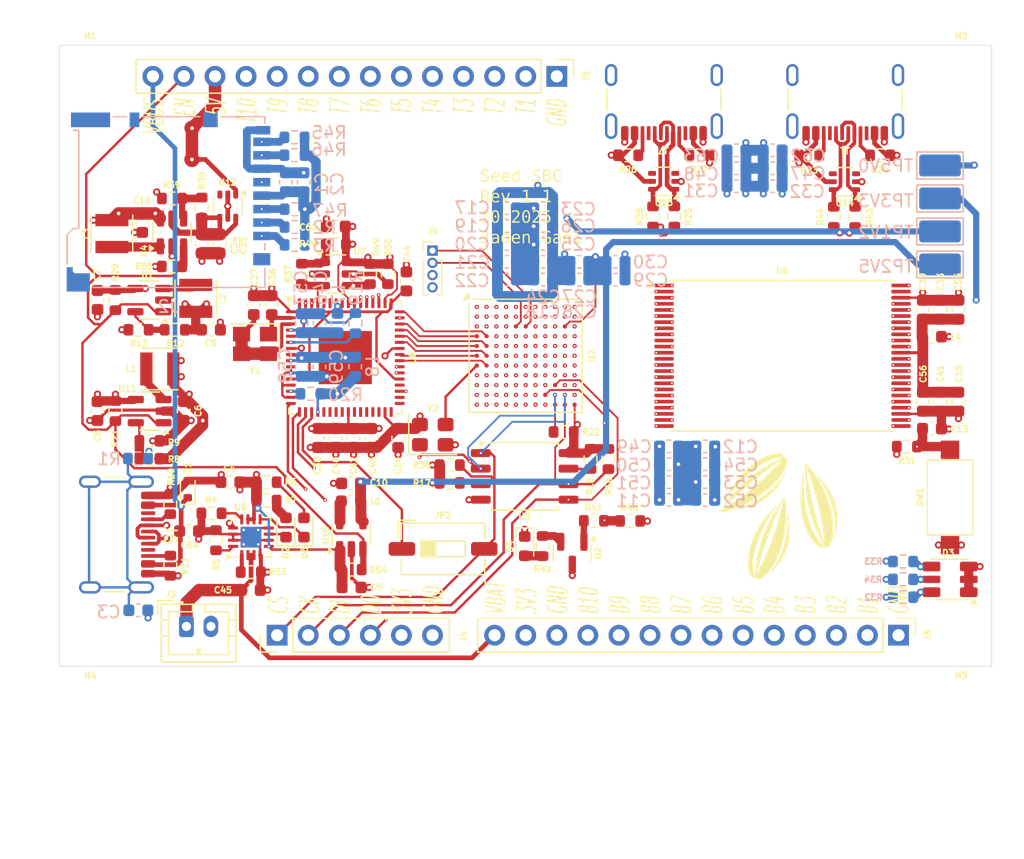
<source format=kicad_pcb>
(kicad_pcb (version 20241229) (generator "pcbnew") (generator_version "9.0")
  (layers (0 "F.Cu" signal "TOP.Cu") (4 "In1.Cu" signal "GND.Cu") (6 "In2.Cu" signal "Sig1.Cu") (8 "In3.Cu" signal "Sig2.Cu") (10 "In4.Cu" signal "PWR.Cu") (2 "B.Cu" signal "BTM.Cu") (13 "F.Paste" user) (15 "B.Paste" user) (5 "F.SilkS" user "F.Silkscreen") (7 "B.SilkS" user "B.Silkscreen") (1 "F.Mask" user) (3 "B.Mask" user) (25 "Edge.Cuts" user))
  (net 0 "")
  (net 1 "Net-(D3-BK)")
  (net 2 "GND")
  (net 3 "Net-(U1-FB)")
  (net 4 "V_SYS")
  (net 5 "Net-(U1-SW)")
  (net 6 "Net-(D3-GK)")
  (net 7 "Net-(D3-RK)")
  (net 8 "V_BAT")
  (net 9 "Net-(Q2-S)")
  (net 10 "Net-(Q2-G)")
  (net 11 "EN")
  (net 12 "/FPGA + SRAM/IO_T5")
  (net 13 "EXT_PLL2P")
  (net 14 "/FPGA + SRAM/IO_B3")
  (net 15 "/FPGA + SRAM/SD_DAT0")
  (net 16 "/FPGA + SRAM/LED_B")
  (net 17 "/FPGA + SRAM/SD_CLK")
  (net 18 "/FPGA + SRAM/FIFO_RD_B")
  (net 19 "/FPGA + SRAM/SD_DAT1")
  (net 20 "/FPGA + SRAM/FPGA/DQ11")
  (net 21 "/FPGA + SRAM/FIFO_TXE_B")
  (net 22 "/FPGA + SRAM/FPGA/SRAM_LB_B")
  (net 23 "/FPGA + SRAM/IO_T1")
  (net 24 "/FPGA + SRAM/FPGA/SRAM_CE_B")
  (net 25 "/FPGA + SRAM/FPGA/A10")
  (net 26 "/FPGA + SRAM/IO_B6")
  (net 27 "/FPGA + SRAM/SD_DAT3")
  (net 28 "/FPGA + SRAM/FPGA/A3")
  (net 29 "/FPGA + SRAM/IO_T9")
  (net 30 "/FPGA + SRAM/IO_B5")
  (net 31 "/FPGA + SRAM/FPGA/DQ14")
  (net 32 "/FPGA + SRAM/FPGA/A14")
  (net 33 "/FPGA + SRAM/FPGA/DQ7")
  (net 34 "/FPGA + SRAM/FPGA/A13")
  (net 35 "/FPGA + SRAM/FPGA/DQ3")
  (net 36 "/FPGA + SRAM/FPGA/DQ15")
  (net 37 "/FPGA + SRAM/FPGA/SPI_CNFG_SCK")
  (net 38 "EXT_PLL1N")
  (net 39 "/FPGA + SRAM/FPGA/SRAM_CE2")
  (net 40 "/FPGA + SRAM/FPGA/SPI_CNFG_DI")
  (net 41 "/FPGA + SRAM/FPGA/DQ9")
  (net 42 "/FPGA + SRAM/IO_B1")
  (net 43 "/FPGA + SRAM/FPGA/SPI_CNFG_CS")
  (net 44 "/FPGA + SRAM/FPGA/A16")
  (net 45 "/FPGA + SRAM/USB3_DP")
  (net 46 "/FPGA + SRAM/FPGA/A0")
  (net 47 "P1V2")
  (net 48 "/FPGA + SRAM/FPGA/A1")
  (net 49 "/FPGA + SRAM/IO_T3")
  (net 50 "/FPGA + SRAM/USB3_DN")
  (net 51 "/FPGA + SRAM/LED_R")
  (net 52 "/FPGA + SRAM/FIFO4")
  (net 53 "/FPGA + SRAM/FPGA/DQ6")
  (net 54 "/FPGA + SRAM/FIFO5")
  (net 55 "/FPGA + SRAM/IO_T8")
  (net 56 "/FPGA + SRAM/FPGA/A11")
  (net 57 "/SD MMC/SD_CMD")
  (net 58 "/FPGA + SRAM/FIFO3")
  (net 59 "/FPGA + SRAM/FIFO0")
  (net 60 "EXT_PLL2N")
  (net 61 "/FPGA + SRAM/FPGA/DQ2")
  (net 62 "/FPGA + SRAM/FPGA/A12")
  (net 63 "USB_VBUS")
  (net 64 "/FPGA + SRAM/FIFO_RXF_B")
  (net 65 "/FPGA + SRAM/FPGA/A17")
  (net 66 "/FPGA + SRAM/FPGA/DQ5")
  (net 67 "/FPGA + SRAM/FPGA/A15")
  (net 68 "/FPGA + SRAM/FPGA/SRAM_UB_B")
  (net 69 "/FPGA + SRAM/IO_B4")
  (net 70 "/FPGA + SRAM/FPGA/A7")
  (net 71 "/FPGA + SRAM/IO_B8")
  (net 72 "CLK")
  (net 73 "P3V3")
  (net 74 "/FPGA + SRAM/CDONE")
  (net 75 "EXT_PLL1P")
  (net 76 "/FPGA + SRAM/SD_DAT2")
  (net 77 "/FPGA + SRAM/FPGA/DQ1")
  (net 78 "/FPGA + SRAM/FPGA/DQ13")
  (net 79 "/FPGA + SRAM/FPGA/DQ10")
  (net 80 "/FPGA + SRAM/FPGA/DQ4")
  (net 81 "/FPGA + SRAM/FPGA/SRAM_OE_B")
  (net 82 "/FPGA + SRAM/FIFO1")
  (net 83 "/FPGA + SRAM/FPGA/A18")
  (net 84 "/FPGA + SRAM/FPGA/A4")
  (net 85 "/FPGA + SRAM/LED_G")
  (net 86 "/FPGA + SRAM/IO_T7")
  (net 87 "/FPGA + SRAM/FPGA/A2")
  (net 88 "/FPGA + SRAM/IO_T6")
  (net 89 "/FPGA + SRAM/FPGA/A9")
  (net 90 "/FPGA + SRAM/FPGA/DQ12")
  (net 91 "P2V5")
  (net 92 "/FPGA + SRAM/IO_T10")
  (net 93 "/FPGA + SRAM/IO_B10")
  (net 94 "/FPGA + SRAM/FIFO6")
  (net 95 "/FPGA + SRAM/FPGA/DQ8")
  (net 96 "/FPGA + SRAM/USB2_DP")
  (net 97 "/FPGA + SRAM/IO_B7")
  (net 98 "/FPGA + SRAM/FIFO7")
  (net 99 "/FPGA + SRAM/FPGA/SPI_CNFG_DO")
  (net 100 "/FPGA + SRAM/FPGA/SRAM_WE_B")
  (net 101 "/FPGA + SRAM/FPGA/DQ0")
  (net 102 "/FPGA + SRAM/IO_T2")
  (net 103 "/FPGA + SRAM/IO_B2")
  (net 104 "/FPGA + SRAM/FPGA/A19")
  (net 105 "/FPGA + SRAM/FPGA/A8")
  (net 106 "/FPGA + SRAM/FIFO2")
  (net 107 "/FPGA + SRAM/USB2_DN")
  (net 108 "/FPGA + SRAM/FPGA/A6")
  (net 109 "/FPGA + SRAM/IO_T4")
  (net 110 "/FPGA + SRAM/FPGA/A5")
  (net 111 "/FPGA + SRAM/USR_BTN1")
  (net 112 "/FPGA + SRAM/FIFO_WR_B")
  (net 113 "/FPGA + SRAM/IO_B9")
  (net 114 "Net-(U3-~{HOLD}{slash}~{RESET}{slash}IO_{3})")
  (net 115 "Net-(U3-~{WP}{slash}IO_{2})")
  (net 116 "P5V")
  (net 117 "Net-(U4-V_{FB})")
  (net 118 "Net-(U4-SW)")
  (net 120 "/FPGA + SRAM/SRAM/VCC")
  (net 123 "Net-(U7-CS)")
  (net 124 "Net-(U7-DI)")
  (net 125 "Net-(U7-CLK)")
  (net 126 "Net-(U7-DO)")
  (net 127 "Net-(U8-REF)")
  (net 129 "Net-(U8-~{RESET})")
  (net 132 "/USB/D1+")
  (net 133 "/USB/D1-")
  (net 134 "/USB/1.8V")
  (net 137 "Net-(U8-VPLL)")
  (net 139 "Net-(U8-OSCI)")
  (net 147 "Net-(U8-VPHY)")
  (net 148 "Net-(U8-OSCO)")
  (net 152 "Net-(U9-TS)")
  (net 153 "Net-(D6-K)")
  (net 154 "Net-(U9-ISET)")
  (net 155 "Net-(U9-ILIM)")
  (net 156 "Net-(D2-K)")
  (net 157 "Net-(U10-SW)")
  (net 158 "Net-(U11-FB)")
  (net 159 "Net-(U11-SW)")
  (net 160 "/USB/D3+")
  (net 162 "/USB/D3-")
  (net 163 "USB_VBUS2")
  (net 167 "/USB/D2-")
  (net 168 "/USB/D2+")
  (net 171 "Net-(J7-CC2)")
  (net 172 "Net-(J7-CC1)")
  (net 173 "Net-(J1-CC1)")
  (net 174 "Net-(J1-CC2)")
  (net 175 "Net-(J6-SHIELD)")
  (net 176 "Net-(J6-CC2)")
  (net 177 "Net-(J6-CC1)")
  (net 178 "Net-(D6-A)")
  (net 179 "Net-(D2-A)")
  (net 180 "Net-(D4-A)")
  (net 182 "/FPGA + SRAM/SPI_CNFG_CS_B")
  (net 183 "/FPGA + SRAM/FPGA/CRESET_B")
  (net 184 "/FPGA + SRAM/FPGA/F")
  (footprint "Resistor_SMD:R_0603_1608Metric" (layer "F.Cu") (at 148.075 85.2 180)
    (property "Reference" "R26")
    (property "Value" "56k")
  )
  (footprint "Resistor_SMD:R_0603_1608Metric" (layer "F.Cu") (at 106.154 106.1196 90)
    (property "Reference" "R21")
    (property "Value" "10k")
  )
  (footprint "Resistor_SMD:R_0603_1608Metric" (layer "F.Cu") (at 162.875 85.2 180)
    (property "Reference" "R23")
    (property "Value" "56k")
  )
  (footprint "Capacitor_SMD:C_0603_1608Metric" (layer "F.Cu") (at 173.62 97.83 90)
    (property "Reference" "C33")
    (property "Value" "100nF")
  )
  (footprint "Diode_SMD:D_SOD-523" (layer "F.Cu") (at 112.07 112.51 90)
    (property "Reference" "D1")
    (property "Value" "ESD5Zxx")
  )
  (footprint "Package_TO_SOT_SMD:SOT-23" (layer "F.Cu") (at 143.51 117.7525 -90)
    (property "Reference" "Q2")
    (property "Value" "BSS84")
  )
  (footprint "Resistor_SMD:R_0603_1608Metric" (layer "F.Cu") (at 145 110.035 90)
    (property "Reference" "R18")
    (property "Value" "4.7k")
  )
  (footprint "Connector_USB:USB_C_Receptacle_GCT_USB4105-xx-A_16P_TopMnt_Horizontal" (layer "F.Cu") (at 105.1525 116.225 -90)
    (property "Reference" "J6")
    (property "Value" "USB_C_Receptacle_USB2.0_16P")
  )
  (footprint "Capacitor_SMD:C_0603_1608Metric" (layer "F.Cu") (at 124.17 108.325 90)
    (property "Reference" "C40")
    (property "Value" "0.1uF")
  )
  (footprint "Resistor_SMD:R_0603_1608Metric" (layer "F.Cu") (at 117.225 119.3)
    (property "Reference" "R53")
    (property "Value" "10k")
  )
  (footprint "Inductor_SMD:L_Neosid_SMS-ME3010" (layer "F.Cu") (at 109.7865 102.6796)
    (property "Reference" "L1")
    (property "Value" "2.2uH")
  )
  (footprint "Inductor_SMD:L_Neosid_SMS-ME3010" (layer "F.Cu") (at 112.7252 96.9012 -90)
    (property "Reference" "L2")
    (property "Value" "2.2uH")
  )
  (footprint "LED_SMD:LED_ROHM_SMLVN6" (layer "F.Cu") (at 174.4 119.89 180)
    (property "Reference" "D3")
    (property "Value" "SMLVN6RGB")
  )
  (footprint "Capacitor_SMD:C_0603_1608Metric" (layer "F.Cu") (at 108.3516 90.7324 -90)
    (property "Reference" "C16")
    (property "Value" "10uF")
  )
  (footprint "Resistor_SMD:R_0603_1608Metric" (layer "F.Cu") (at 150.11 90.21 -90)
    (property "Reference" "R35")
    (property "Value" "20R")
  )
  (footprint "Capacitor_SMD:C_0603_1608Metric" (layer "F.Cu") (at 175.09 97.83 90)
    (property "Reference" "C55")
    (property "Value" "22nF")
  )
  (footprint "Resistor_SMD:R_0603_1608Metric" (layer "F.Cu") (at 168.675 85.2)
    (property "Reference" "R24")
    (property "Value" "56k")
  )
  (footprint "Connector_JST:JST_PH_B2B-PH-K_1x02_P2.00mm_Vertical" (layer "F.Cu") (at 111.96 123.74)
    (property "Reference" "J3")
    (property "Value" "Conn_01x02_Pin")
  )
  (footprint "Capacitor_SMD:C_0603_1608Metric" (layer "F.Cu") (at 115.555 111.94 180)
    (property "Reference" "C4")
    (property "Value" "4.7uF")
  )
  (footprint "Resistor_SMD:R_0603_1608Metric" (layer "F.Cu") (at 110.64 113.73 90)
    (property "Reference" "R10")
    (property "Value" "5.1k")
  )
  (footprint "Button_Switch_SMD:SW_DIP_SPSTx01_Slide_6.7x4.1mm_W6.73mm_P2.54mm_LowProfile_JPin" (layer "F.Cu") (at 132.9436 117.3988)
    (property "Reference" "JP2")
    (property "Value" "Jumper_2_Small_Open")
  )
  (footprint "Resistor_SMD:R_0603_1608Metric" (layer "F.Cu") (at 146.46 110.045 90)
    (property "Reference" "R16")
    (property "Value" "4.7k")
  )
  (footprint "Package_TO_SOT_SMD:SOT-23-5" (layer "F.Cu") (at 108.9565 106.1246 180)
    (property "Reference" "U11")
    (property "Value" "TLV62569DBV")
  )
  (footprint "LED_SMD:LED_0603_1608Metric" (layer "F.Cu") (at 121.57 115.6475 90)
    (property "Reference" "D6")
    (property "Value" "LED")
  )
  (footprint "Package_TO_SOT_SMD:SOT-23-5" (layer "F.Cu") (at 108.9257 97.0432 180)
    (property "Reference" "U1")
    (property "Value" "TLV62568DBV")
  )
  (footprint "Package_TO_SOT_SMD:SOT-23-6" (layer "F.Cu") (at 110.7816 91.5099 90)
    (property "Reference" "U4")
    (property "Value" "TLV61070ADBV")
  )
  (footprint "Resistor_SMD:R_0603_1608Metric" (layer "F.Cu") (at 108.0482 99.4732)
    (property "Reference" "R13")
    (property "Value" "100k")
  )
  (footprint "Package_TO_SOT_SMD:SOT-23-5" (layer "F.Cu") (at 125.44 116.2825 90)
    (property "Reference" "U10")
    (property "Value" "TPS62205DBV")
  )
  (footprint "Capacitor_SMD:C_0603_1608Metric" (layer "F.Cu") (at 173.62 105.355 -90)
    (property "Reference" "C41")
    (property "Value" "1uF")
  )
  (footprint "Resistor_SMD:R_0603_1608Metric" (layer "F.Cu") (at 108.939 108.5596 180)
    (property "Reference" "R9")
    (property "Value" "100k")
  )
  (footprint "Resistor_SMD:R_0603_1608Metric" (layer "F.Cu") (at 124.175 92.4796)
    (property "Reference" "R48")
    (property "Value" "10k")
  )
  (footprint "Package_TO_SOT_SMD:SOT-363_SC-70-6" (layer "F.Cu") (at 165.76 87.3592 180)
    (property "Reference" "U14")
    (property "Value" "NUP2202")
  )
  (footprint "Package_DFN_QFN:QFN-64-1EP_9x9mm_P0.5mm_EP4.35x4.35mm" (layer "F.Cu") (at 124.95 101.75)
    (property "Reference" "U8")
    (property "Value" "FT2232HQ")
  )
  (footprint "Capacitor_SMD:C_0603_1608Metric" (layer "F.Cu") (at 125.63 108.325 90)
    (property "Reference" "C42")
    (property "Value" "0.1uF")
  )
  (footprint "Resistor_SMD:R_0603_1608Metric" (layer "F.Cu") (at 114.3775 116.69 90)
    (property "Reference" "R5")
    (property "Value" "4.32k")
  )
  (footprint "Capacitor_SMD:C_0603_1608Metric" (layer "F.Cu") (at 175.08 105.355 -90)
    (property "Reference" "C15")
    (property "Value" "100nF")
  )
  (footprint "Button_Switch_SMD:SW_SPST_CK_RS282G05A3" (layer "F.Cu") (at 174.39 113.19 90)
    (property "Reference" "SW1")
    (property "Value" "SW_Push")
  )
  (footprint "MountingHole:MountingHole_2.2mm_M2" (layer "F.Cu") (at 175.3 78.7)
    (property "Reference" "H2")
    (property "Value" "MountingHole")
  )
  (footprint "Resistor_SMD:R_0603_1608Metric" (layer "F.Cu") (at 128.43 94.9146 90)
    (property "Reference" "R50")
    (property "Value" "10k")
  )
  (footprint "Resistor_SMD:R_0603_1608Metric" (layer "F.Cu") (at 126.97 94.9096 90)
    (property "Reference" "R49")
    (property "Value" "10k")
  )
  (footprint "Resistor_SMD:R_0603_1608Metric" (layer "F.Cu") (at 133.485 112 180)
    (property "Reference" "R17")
    (property "Value" "4.7k")
  )
  (footprint "Capacitor_SMD:C_0603_1608Metric" (layer "F.Cu") (at 117.4688 97.455 90)
    (property "Reference" "C37")
    (property "Value" "27pF")
  )
  (footprint "Resistor_SMD:R_0603_1608Metric" (layer "F.Cu") (at 153.905 85.2)
    (property "Reference" "R27")
    (property "Value" "56k")
  )
  (footprint "Resistor_SMD:R_0603_1608Metric" (layer "F.Cu") (at 114.0075 114.485 180)
    (property "Reference" "R4")
    (property "Value" "2.94k")
  )
  (footprint "Package_TO_SOT_SMD:SOT-23-6" (layer "F.Cu") (at 124.18 94.9096)
    (property "Reference" "U7")
    (property "Value" "93LCxxBxxOT")
  )
  (footprint "Package_BGA:BGA-121_9.0x9.0mm_Layout11x11_P0.8mm_Ball0.4mm_Pad0.35mm_NSMD" (layer "F.Cu") (at 139.7 101.6)
    (property "Reference" "U2")
    (property "Value" "ICE40HX8K-BG121")
  )
  (footprint "Crystal:Crystal_SMD_Abracon_ABM8AIG-4Pin_3.2x2.5mm" (layer "F.Cu") (at 117.5688 100.63 180)
    (property "Reference" "Y1")
    (property "Value" "12MHz")
  )
  (footprint "Connector_USB:USB_C_Receptacle_GCT_USB4105-xx-A_16P_TopMnt_Horizontal" (layer "F.Cu") (at 165.82 79.71 180)
    (property "Reference" "J1")
    (property "Value" "USB_C_Receptacle_USB2.0_16P")
  )
  (footprint "LED_SMD:LED_0603_1608Metric" (layer "F.Cu") (at 139.62 117.1725 -90)
    (property "Reference" "D4")
    (property "Value" "LED")
  )
  (footprint "Connector_USB:USB_C_Receptacle_GCT_USB4105-xx-A_16P_TopMnt_Horizontal" (layer "F.Cu") (at 151 79.71 180)
    (property "Reference" "J7")
    (property "Value" "USB_C_Receptacle_USB2.0_16P")
  )
  (footprint "Capacitor_SMD:C_0603_1608Metric" (layer "F.Cu") (at 172.16 105.355 -90)
    (property "Reference" "C56")
    (property "Value" "1uF")
  )
  (footprint "Resistor_SMD:R_0603_1608Metric" (layer "F.Cu") (at 148.235 115.11)
    (property "Reference" "R40")
    (property "Value" "2.2k")
  )
  (footprint "Connector_PinHeader_2.54mm:PinHeader_1x06_P2.54mm_Vertical" (layer "F.Cu") (at 119.38 124.46 90)
    (property "Reference" "J4")
    (property "Value" "Conn_01x06_Pin")
  )
  (footprint "Resistor_SMD:R_0603_1608Metric" (layer "F.Cu") (at 121.4 94.8946 -90)
    (property "Reference" "R37")
    (property "Value" "2.2k")
  )
  (footprint "Resistor_SMD:R_0603_1608Metric" (layer "F.Cu") (at 164.89 90.235 -90)
    (property "Reference" "R44")
    (property "Value" "20R")
  )
  (footprint "Capacitor_SMD:C_0603_1608Metric" (layer "F.Cu") (at 113.2116 92.4374 -90)
    (property "Reference" "C34")
    (property "Value" "22uF")
  )
  (footprint "Package_SO:SOIC-8_5.3x5.3mm_P1.27mm" (layer "F.Cu") (at 139.6125 111.465)
    (property "Reference" "U3")
    (property "Value" "W25Q32JVSS")
  )
  (footprint "Capacitor_SMD:C_0603_1608Metric" (layer "F.Cu") (at 113.9632 99.4732)
    (property "Reference" "C9")
    (property "Value" "10uF")
  )
  (footprint "Resistor_SMD:R_0603_1608Metric" (layer "F.Cu") (at 110.7766 94.2924)
    (property "Reference" "R55")
    (property "Value" "10k")
  )
  (footprint "Capacitor_SMD:C_0603_1608Metric" (layer "F.Cu") (at 172.915 107.56)
    (property "Reference" "C13")
    (property "Value" "4.7uF")
  )
  (footprint "Resistor_SMD:R_0603_1608Metric" (layer "F.Cu") (at 118.5125 111.94 180)
    (property "Reference" "R6")
    (property "Value" "1k")
  )
  (footprint "Resistor_SMD:R_0603_1608Metric" (layer "F.Cu") (at 108.939 110.0196)
    (property "Reference" "R8")
    (property "Value" "450k")
  )
  (footprint "Capacitor_SMD:C_0603_1608Metric" (layer "F.Cu") (at 112.175 115.94)
    (property "Reference" "C64")
    (property "Value" "1uF")
  )
  (footprint "Resistor_SMD:R_0603_1608Metric" (layer "F.Cu") (at 170.865 109.03 180)
    (property "Reference" "R31")
    (property "Value" "10k")
  )
  (footprint "Capacitor_SMD:C_0603_1608Metric" (layer "F.Cu") (at 111.734 106.1146 -90)
    (property "Reference" "C6")
    (property "Value" "10uF")
  )
  (footprint "MountingHole:MountingHole_2.2mm_M2" (layer "F.Cu") (at 104.1 78.7)
    (property "Reference" "H1")
    (property "Value" "MountingHole")
  )
  (footprint "Resistor_SMD:R_0603_1608Metric" (layer "F.Cu") (at 142.805 107.83)
    (property "Reference" "R22")
    (property "Value" "10k")
  )
  (footprint "Resistor_SMD:R_0603_1608Metric" (layer "F.Cu") (at 110.7866 88.7324)
    (property "Reference" "R39")
    (property "Value" "62k")
  )
  (footprint "Capacitor_SMD:C_0603_1608Metric" (layer "F.Cu") (at 104.684 106.1196 -90)
    (property "Reference" "C5")
    (property "Value" "4.7uF")
  )
  (footprint "Capacitor_SMD:C_0603_1608Metric" (layer "F.Cu") (at 172.16 97.83 90)
    (property "Reference" "C39")
    (property "Value" "1uF")
  )
  (footprint "Package_TO_SOT_SMD:SOT-363_SC-70-6" (layer "F.Cu") (at 150.98 87.3292 180)
    (property "Reference" "U15")
    (property "Value" "NUP2202")
  )
  (footprint "Inductor_SMD:L_0603_1608Metric" (layer "F.Cu") (at 125.4125 113.5)
    (property "Reference" "L6")
    (property "Value" "2.2uH")
  )
  (footprint "Oscillator:Oscillator_SMD_Abracon_ASE-4Pin_3.2x2.5mm" (layer "F.Cu") (at 132.1 108.055)
    (property "Reference" "Y2")
    (property "Value" "ASE-xxxMHz")
  )
  (footprint "Resistor_SMD:R_0603_1608Metric" (layer "F.Cu") (at 125.463 119.0884)
    (property "Reference" "R54")
    (property "Value" "10k")
  )
  (footprint "Resistor_SMD:R_0603_1608Metric" (layer "F.Cu") (at 141.08 117.165 90)
    (property "Reference" "R42")
    (property "Value" "270R")
  )
  (footprint "Capacitor_SMD:C_0603_1608Metric" (layer "F.Cu") (at 129.27 108.325 -90)
    (property "Reference" "C14")
    (property "Value" "0.01uF")
  )
  (footprint "Inductor_SMD:L_0603_1608Metric" (layer "F.Cu") (at 172.9025 100.04 180)
    (property "Reference" "L4")
    (property "Value" "600R")
  )
  (footprint "Inductor_SMD:L_Neosid_SMS-ME3010" (layer "F.Cu") (at 105.8716 91.6024 -90)
    (property "Reference" "L3")
    (property "Value" "2.2uH")
  )
  (footprint "Resistor_SMD:R_0603_1608Metric" (layer "F.Cu") (at 111.0082 99.4732)
    (property "Reference" "R12")
    (property "Value" "100k")
  )
  (footprint "MountingHole:MountingHole_2.2mm_M2" (layer "F.Cu") (at 104.1 124.5)
    (property "Reference" "H4")
    (property "Value" "MountingHole")
  )
  (footprint "Package_TO_SOT_SMD:SOT-363_SC-70-6" (layer "F.Cu") (at 115.3416 89.3624 -90)
    (property "Reference" "U12")
    (property "Value" "MIC94093YC6")
  )
  (footprint "Capacitor_SMD:C_0603_1608Metric" (layer "F.Cu") (at 114.6716 92.4374 -90)
    (property "Reference" "C35")
    (property "Value" "22uF")
  )
  (footprint "logos:seeds" (layer "F.Cu") (at 160.68385 114.610117)
    (property "Reference" "G***" (hide yes))
    (property "Value" "LOGO" (hide yes))
  )
  (footprint "Package_SO:TSOP-I-48_18.4x12mm_P0.5mm" (layer "F.Cu") (at 160.7 101.6)
    (property "Reference" "U6")
    (property "Value" "AS6C1616")
  )
  (footprint "Resistor_SMD:R_0603_1608Metric" (layer "F.Cu") (at 118.5125 113.44 180)
    (property "Reference" "R7")
    (property "Value" "1k")
  )
  (footprint "Capacitor_SMD:C_0603_1608Metric" (layer "F.Cu") (at 122.71 108.325 90)
    (property "Reference" "C38")
    (property "Value" "0.1uF")
  )
  (footprint "Package_DFN_QFN:VQFN-16-1EP_3x3mm_P0.5mm_EP1.68x1.68mm_ThermalVias" (layer "F.Cu") (at 117.2375 116.44 90)
    (property "Reference" "U9")
    (property "Value" "BQ24230RGT")
  )
  (footprint "Capacitor_SMD:C_0603_1608Metric" (layer "F.Cu") (at 118.9388 97.455 90)
    (property "Reference" "C36")
    (property "Value" "27pF")
  )
  (footprint "Resistor_SMD:R_0603_1608Metric" (layer "F.Cu") (at 113.2116 89.4824 -90)
    (property "Reference" "R38")
    (property "Value" "560k")
  )
  (footprint "Resistor_SMD:R_0603_1608Metric" (layer "F.Cu") (at 166.63 90.24 -90)
    (property "Reference" "R43")
    (property "Value" "20R")
  )
  (footprint "MountingHole:MountingHole_2.2mm_M2" (layer "F.Cu") (at 175.3 124.5)
    (property "Reference" "H3")
    (property "Value" "MountingHole")
  )
  (footprint "Capacitor_SMD:C_0603_1608Metric" (layer "F.Cu") (at 129.9464 95.517 90)
    (property "Reference" "C44")
    (property "Value" "3.3uF")
  )
  (footprint "Capacitor_SMD:C_0603_1608Metric" (layer "F.Cu") (at 104.6932 97.0382 -90)
    (property "Reference" "C7")
    (property "Value" "4.7uF")
  )
  (footprint "Capacitor_SMD:C_0603_1608Metric" (layer "F.Cu") (at 117.225 120.77)
    (property "Reference" "C45")
    (property "Value" "4.7uF")
  )
  (footprint "Capacitor_SMD:C_0603_1608Metric" (layer "F.Cu") (at 127.09 108.325 90)
    (property "Reference" "C43")
    (property "Value" "0.1uF")
  )
  (footprint "Capacitor_SMD:C_0603_1608Metric" (layer "F.Cu") (at 125.423 112.0384 180)
    (property "Reference" "C10")
    (property "Value" "10uF")
  )
  (footprint "Resistor_SMD:R_0603_1608Metric" (layer "F.Cu") (at 145.275 115.1 180)
    (property "Reference" "R41")
    (property "Value" "100R")
  )
  (footprint "Resistor_SMD:R_0603_1608Metric" (layer "F.Cu") (at 106.1532 97.0432 90)
    (property "Reference" "R29")
    (property "Value" "10k")
  )
  (footprint "Resistor_SMD:R_0603_1608Metric" (layer "F.Cu") (at 151.85 90.205 -90)
    (property "Reference" "R25")
    (property "Value" "20R")
  )
  (footprint "LED_SMD:LED_0603_1608Metric" (layer "F.Cu") (at 120.1 115.6475 90)
    (property "Reference" "D2")
    (property "Value" "LED")
  )
  (footprint "Connector_PinHeader_2.54mm:PinHeader_1x14_P2.54mm_Vertical" (layer "F.Cu") (at 170.18 124.46 -90)
    (property "Reference" "J8")
    (property "Value" "Conn_01x14_Pin")
  )
  (footprint "Connector_PinHeader_2.54mm:PinHeader_1x14_P2.54mm_Vertical" (layer "F.Cu") (at 142.24 78.74 -90)
    (property "Reference" "J5")
    (property "Value" "Conn_01x14_Pin")
  )
  (footprint "Connector_PinHeader_1.00mm:PinHeader_1x04_P1.00mm_Vertical" (layer "F.Cu") (at 132.08 93)
    (property "Reference" "J9")
    (property "Value" "Conn_01x04_Pin")
  )
  (footprint "Resistor_SMD:R_0603_1608Metric" (layer "F.Cu") (at 133.49 110.54 180)
    (property "Reference" "R36")
    (property "Value" "4.7k")
  )
  (footprint "Capacitor_SMD:C_0603_1608Metric" (layer "F.Cu") (at 125.463 120.5484)
    (property "Reference" "C8")
    (property "Value" "10uF")
  )
  (footprint "Resistor_SMD:R_0603_1608Metric" (layer "F.Cu") (at 110.65 118.77 -90)
    (property "Reference" "R11")
    (property "Value" "5.1k")
  )
  (footprint "Capacitor_SMD:C_0603_1608Metric" (layer "F.Cu") (at 124.175 91.0196 180)
    (property "Reference" "C60")
    (property "Value" "0.1uF")
  )
  (footprint "Capacitor_SMD:C_0603_1608Metric" (layer "B.Cu") (at 121.38 98.935 90)
    (property "Reference" "C57")
    (property "Value" "100n")
  )
  (footprint "Capacitor_SMD:C_0603_1608Metric" (layer "B.Cu") (at 141.125 90.99)
    (property "Reference" "C26")
    (property "Value" "10nF")
  )
  (footprint "Resistor_SMD:R_0603_1608Metric" (layer "B.Cu") (at 170.55 118.43)
    (property "Reference" "R33")
    (property "Value" "20R")
  )
  (footprint "Capacitor_SMD:C_0603_1608Metric" (layer "B.Cu") (at 154.375 109.01)
    (property "Reference" "C12")
    (property "Value" "10nF")
  )
  (footprint "Resistor_SMD:R_0603_1608Metric" (layer "B.Cu") (at 122.105 104.71 180)
    (property "Reference" "R20")
    (property "Value" "10k")
  )
  (footprint "TestPoint:TestPoint_Keystone_5015_Micro_Mini" (layer "B.Cu") (at 173.57 88.73 180)
    (property "Reference" "TP3V3")
    (property "Value" "TestPoint_Flag")
  )
  (footprint "Inductor_SMD:L_0603_1608Metric" (layer "B.Cu") (at 125.76 102.4925 90)
    (property "Reference" "L8")
    (property "Value" "600R")
  )
  (footprint "Capacitor_SMD:C_0603_1608Metric" (layer "B.Cu") (at 159.89 86.26 180)
    (property "Reference" "C47")
    (property "Value" "10nF")
  )
  (footprint "Resistor_SMD:R_0603_1608Metric" (layer "B.Cu") (at 120.815 92.53 180)
    (property "Reference" "R3")
    (property "Value" "10k")
  )
  (footprint "Capacitor_SMD:C_0603_1608Metric" (layer "B.Cu") (at 154.375 111.93)
    (property "Reference" "C53")
    (property "Value" "10nF")
  )
  (footprint "Capacitor_SMD:C_0603_1608Metric" (layer "B.Cu") (at 121.55 87.405 90)
    (property "Reference" "C2")
    (property "Value" "10uF")
  )
  (footprint "Capacitor_SMD:C_0603_1608Metric" (layer "B.Cu") (at 151.415 113.39 180)
    (property "Reference" "C11")
    (property "Value" "100nF")
  )
  (footprint "TestPoint:TestPoint_Keystone_5015_Micro_Mini" (layer "B.Cu") (at 173.57 91.43 180)
    (property "Reference" "TP1V2")
    (property "Value" "TestPoint_Flag")
  )
  (footprint "Capacitor_SMD:C_0603_1608Metric" (layer "B.Cu") (at 141.125 92.45)
    (property "Reference" "C25")
    (property "Value" "10nF")
  )
  (footprint "Connector_Card:microSD_HC_Hirose_DM3BT-DSF-PEJS" (layer "B.Cu") (at 110.495 89.025 90)
    (property "Reference" "J2")
    (property "Value" "Micro_SD_Card")
  )
  (footprint "Capacitor_SMD:C_0603_1608Metric" (layer "B.Cu") (at 122.85 98.935 90)
    (property "Reference" "C46")
    (property "Value" "4.7uF")
  )
  (footprint "Resistor_SMD:R_0603_1608Metric" (layer "B.Cu") (at 120.795 85.19 180)
    (property "Reference" "R46")
    (property "Value" "10k")
  )
  (footprint "Capacitor_SMD:C_0603_1608Metric" (layer "B.Cu") (at 138.165 89.53 180)
    (property "Reference" "C17")
    (property "Value" "100nF")
  )
  (footprint "Capacitor_SMD:C_0603_1608Metric" (layer "B.Cu") (at 144.085 93.91 180)
    (property "Reference" "C27")
    (property "Value" "100nF")
  )
  (footprint "Capacitor_SMD:C_0603_1608Metric" (layer "B.Cu") (at 156.93 87.73)
    (property "Reference" "C31")
    (property "Value" "100nF")
  )
  (footprint "Capacitor_SMD:C_0603_1608Metric" (layer "B.Cu") (at 122.84 102.505 -90)
    (property "Reference" "C59")
    (property "Value" "100n")
  )
  (footprint "Capacitor_SMD:C_0603_1608Metric" (layer "B.Cu") (at 138.165 92.45 180)
    (property "Reference" "C20")
    (property "Value" "100nF")
  )
  (footprint "Capacitor_SMD:C_0603_1608Metric" (layer "B.Cu") (at 147.045 93.91)
    (property "Reference" "C30")
    (property "Value" "10nF")
  )
  (footprint "Capacitor_SMD:C_0603_1608Metric" (layer "B.Cu") (at 141.125 93.91)
    (property "Reference" "C24")
    (property "Value" "10nF")
  )
  (footprint "TestPoint:TestPoint_Keystone_5015_Micro_Mini" (layer "B.Cu") (at 173.57 94.13 180)
    (property "Reference" "TP2V5")
    (property "Value" "TestPoint_Flag")
  )
  (footprint "Resistor_SMD:R_0603_1608Metric" (layer "B.Cu") (at 125.78 98.935 -90)
    (property "Reference" "R19")
    (property "Value" "12k")
  )
  (footprint "Capacitor_SMD:C_0603_1608Metric" (layer "B.Cu") (at 138.165 90.99 180)
    (property "Reference" "C19")
    (property "Value" "100nF")
  )
  (footprint "Capacitor_SMD:C_0603_1608Metric" (layer "B.Cu") (at 159.89 87.73 180)
    (property "Reference" "C32")
    (property "Value" "100nF")
  )
  (footprint "Capacitor_SMD:C_0603_1608Metric" (layer "B.Cu") (at 141.125 95.37)
    (property "Reference" "C18")
    (property "Value" "10nF")
  )
  (footprint "Capacitor_SMD:C_0603_1608Metric" (layer "B.Cu") (at 120.08 87.405 90)
    (property "Reference" "C1")
    (property "Value" "100nF")
  )
  (footprint "Capacitor_SMD:C_0603_1608Metric" (layer "B.Cu") (at 141.125 89.53)
    (property "Reference" "C23")
    (property "Value" "10nF")
  )
  (footprint "Capacitor_SMD:C_0603_1608Metric" (layer "B.Cu") (at 151.415 110.47 180)
    (property "Reference" "C50")
    (property "Value" "100nF")
  )
  (footprint "Capacitor_SMD:C_0603_1608Metric" (layer "B.Cu") (at 156.93 84.79)
    (property "Reference" "C63")
    (property "Value" "2.2uF")
  )
  (footprint "Resistor_SMD:R_0603_1608Metric" (layer "B.Cu") (at 170.55 119.89)
    (property "Reference" "R34")
    (property "Value" "60R")
  )
  (footprint "Capacitor_SMD:C_0603_1608Metric" (layer "B.Cu") (at 156.93 86.26)
    (property "Reference" "C48")
    (property "Value" "10nF")
  )
  (footprint "TestPoint:TestPoint_Keystone_5015_Micro_Mini" (layer "B.Cu") (at 173.57 86.03 180)
    (property "Reference" "TP5V0")
    (property "Value" "TestPoint_Flag")
  )
  (footprint "Capacitor_SMD:C_0603_1608Metric" (layer "B.Cu") (at 154.375 110.47)
    (property "Reference" "C54")
    (property "Value" "10nF")
  )
  (footprint "Capacitor_SMD:C_0603_1608Metric" (layer "B.Cu") (at 151.415 111.93 180)
    (property "Reference" "C51")
    (property "Value" "100nF")
  )
  (footprint "Capacitor_SMD:C_0603_1608Metric" (layer "B.Cu") (at 138.165 93.91 180)
    (property "Reference" "C21")
    (property "Value" "100nF")
  )
  (footprint "Capacitor_SMD:C_0603_1608Metric" (layer "B.Cu") (at 147.045 95.37)
    (property "Reference" "C29")
    (property "Value" "10nF")
  )
  (footprint "Capacitor_SMD:C_0603_1608Metric" (layer "B.Cu") (at 159.89 84.79 180)
    (property "Reference" "C62")
    (property "Value" "2.2uF")
  )
  (footprint "Resistor_SMD:R_0603_1608Metric" (layer "B.Cu") (at 170.55 121.35)
    (property "Reference" "R32")
    (property "Value" "20R")
  )
  (footprint "Capacitor_SMD:C_0603_1608Metric" (layer "B.Cu") (at 108.03 122.42)
    (property "Reference" "C3")
    (property "Value" "100nF")
  )
  (footprint "Inductor_SMD:L_0603_1608Metric" (layer "B.Cu") (at 124.32 98.93 -90)
    (property "Reference" "L7")
    (property "Value" "600R")
  )
  (footprint "Capacitor_SMD:C_0603_1608Metric" (layer "B.Cu") (at 144.085 95.37 180)
    (property "Reference" "C28")
    (property "Value" "100nF")
  )
  (footprint "Resistor_SMD:R_0603_1608Metric" (layer "B.Cu") (at 120.815 89.61 180)
    (property "Reference" "R47")
    (property "Value" "10k")
  )
  (footprint "Resistor_SMD:R_0603_1608Metric" (layer "B.Cu") (at 120.815 91.07 180)
    (property "Reference" "R2")
    (property "Value" "10k")
  )
  (footprint "Capacitor_SMD:C_0603_1608Metric" (layer "B.Cu") (at 138.165 95.37 180)
    (property "Reference" "C22")
    (property "Value" "100nF")
  )
  (footprint "Resistor_SMD:R_0603_1608Metric" (layer "B.Cu") (at 108 110)
    (property "Reference" "R1")
    (property "Value" "1M")
  )
  (footprint "Capacitor_SMD:C_0603_1608Metric" (layer "B.Cu") (at 121.38 102.505 -90)
    (property "Reference" "C58")
    (property "Value" "4.7uF")
  )
  (footprint "Capacitor_SMD:C_0603_1608Metric" (layer "B.Cu") (at 154.375 113.4)
    (property "Reference" "C52")
    (property "Value" "10nF")
  )
  (footprint "Resistor_SMD:R_0603_1608Metric" (layer "B.Cu") (at 120.795 83.73 180)
    (property "Reference" "R45")
    (property "Value" "10k")
  )
  (footprint "Capacitor_SMD:C_0603_1608Metric" (layer "B.Cu") (at 151.415 109.01 180)
    (property "Reference" "C49")
    (property "Value" "100nF")
  )
  (gr_rect (start 101.6 76.2) (end 177.8 127) (stroke (width 0.05)) (fill no) (layer "Edge.Cuts"))
  (gr_text "VBAT\n3V3\nGND\nB10\nB9\nB8\nB7\nB6\nB5\nB4\nB3\nB2\nB1\nGND" (at 171.13 122.87 90) (layer "F.SilkS") (effects (font (size 1.5748 0.762) (thickness 0.127) (bold yes) (italic yes)) (justify left bottom)))
  (gr_text "Seed SBC\nRev 1.1\n10-2025\nJaden Gani" (at 135.95 92.57 0) (layer "F.SilkS") (effects (font (size 1 1) (thickness 0.125)) (justify left bottom)))
  (gr_text "CS\nCK\nDI\nDO\n3V3\nGND" (at 133.099803 122.87 90) (layer "F.SilkS") (effects (font (size 1.5748 0.762) (thickness 0.127) (bold yes) (italic yes)) (justify left bottom)))
  (gr_text "VBUS\nEN\n5V\nT10\nT9\nT8\nT7\nT6\nT5\nT4\nT3\nT2\nT1\nGND" (at 143.19 80.51 90) (layer "F.SilkS") (effects (font (size 1.5748 0.762) (thickness 0.127) (bold yes) (italic yes)) (justify right bottom)))
  (segment (start 172.875 120.94) (end 171.99 120.94) (width 0.508) (layer "F.Cu") (net 1))
  (via blind (at 171.99 120.94) (size 0.6) (drill 0.3) (layers "F.Cu" "B.Cu") (net 1))
  (segment (start 171.58 121.35) (end 171.99 120.94) (width 0.508) (layer "B.Cu") (net 1))
  (segment (start 171.375 121.35) (end 171.58 121.35) (width 0.508) (layer "B.Cu") (net 1))
  (segment (start 112.07 111.81) (end 114.65 111.81) (width 0.635) (layer "F.Cu") (net 2))
  (segment (start 117.9875 115.69) (end 117.8275 115.85) (width 0.2) (layer "F.Cu") (net 2))
  (segment (start 122.71 107.55) (end 124.17 107.55) (width 0.889) (layer "F.Cu") (net 2))
  (segment (start 107.726297 91.50816) (end 107.727057 91.5074) (width 0.2) (layer "F.Cu") (net 2))
  (segment (start 104.684 106.8946) (end 104.0646 106.8946) (width 0.254) (layer "F.Cu") (net 2))
  (segment (start 121.56 98.644202) (end 121.56 98.76) (width 0.2) (layer "F.Cu") (net 2))
  (segment (start 139.619565 115.800871) (end 139.62 115.801306) (width 0.2) (layer "F.Cu") (net 2))
  (segment (start 120 105) (end 119.799 104.799) (width 0.2) (layer "F.Cu") (net 2))
  (segment (start 172.16 97.055) (end 173.62 97.055) (width 0.889) (layer "F.Cu") (net 2))
  (segment (start 108.8325 119.425) (end 110.48 119.425) (width 0.508) (layer "F.Cu") (net 2))
  (segment (start 114.65 111.81) (end 114.78 111.94) (width 0.635) (layer "F.Cu") (net 2))
  (segment (start 110.310862 108.5596) (end 109.764 108.5596) (width 0.762) (layer "F.Cu") (net 2))
  (segment (start 113.1825 115.7075) (end 112.95 115.94) (width 0.635) (layer "F.Cu") (net 2))
  (segment (start 110.52 113.025) (end 110.64 112.905) (width 0.635) (layer "F.Cu") (net 2))
  (segment (start 127.674462 96.618681) (end 127.674462 97.274462) (width 0.2) (layer "F.Cu") (net 2))
  (segment (start 122.2 107.55) (end 122.71 107.55) (width 0.2) (layer "F.Cu") (net 2))
  (segment (start 114.7025 116.19) (end 115.775 116.19) (width 0.2) (layer "F.Cu") (net 2))
  (segment (start 173.69 106.2) (end 173.62 106.13) (width 0.762) (layer "F.Cu") (net 2))
  (segment (start 119.799 103.285202) (end 120.084202 103) (width 0.2) (layer "F.Cu") (net 2))
  (segment (start 127.674462 97.274462) (end 127.7 97.3) (width 0.2) (layer "F.Cu") (net 2))
  (segment (start 110.7826 93.459806) (end 110.7816 93.458806) (width 0.2) (layer "F.Cu") (net 2))
  (segment (start 118.05 119.3) (end 118.05 117.965) (width 0.3302) (layer "F.Cu") (net 2))
  (segment (start 115.3416 90.3124) (end 115.3416 89.36) (width 0.381) (layer "F.Cu") (net 2))
  (segment (start 125.63 107.55) (end 127.09 107.55) (width 0.889) (layer "F.Cu") (net 2))
  (segment (start 173.62 106.13) (end 175.08 106.13) (width 0.889) (layer "F.Cu") (net 2))
  (segment (start 107.727057 91.5074) (end 108.3516 91.5074) (width 0.2) (layer "F.Cu") (net 2))
  (segment (start 118.7 115.69) (end 117.9875 115.69) (width 0.2) (layer "F.Cu") (net 2))
  (segment (start 120.915798 98) (end 121.56 98.644202) (width 0.2) (layer "F.Cu") (net 2))
  (segment (start 114.678845 93.867824) (end 114.6716 93.860579) (width 0.2) (layer "F.Cu") (net 2))
  (segment (start 114.739999 98.850672) (end 114.7382 98.852471) (width 0.2) (layer "F.Cu") (net 2))
  (segment (start 109.764 108.5596) (end 109.2104 108.5596) (width 0.2) (layer "F.Cu") (net 2))
  (segment (start 110.48 119.425) (end 110.65 119.595) (width 0.508) (layer "F.Cu") (net 2))
  (segment (start 115.775 116.19) (end 115.775 116.69) (width 0.2) (layer "F.Cu") (net 2))
  (segment (start 170.3875 106.35) (end 171.94 106.35) (width 0.2) (layer "F.Cu") (net 2))
  (segment (start 122.235979 94.9096) (end 123.0425 94.9096) (width 0.2) (layer "F.Cu") (net 2))
  (segment (start 121.56 99.355798) (end 121.56 98.76) (width 0.2) (layer "F.Cu") (net 2))
  (segment (start 115.3416 89.36) (end 115.3416 88.4124) (width 0.381) (layer "F.Cu") (net 2))
  (segment (start 108.8325 113.025) (end 110.52 113.025) (width 0.635) (layer "F.Cu") (net 2))
  (segment (start 119.18 96.68) (end 120.5 98) (width 0.2) (layer "F.Cu") (net 2))
  (segment (start 116.9875 116.19) (end 117.2375 116.44) (width 0.2) (layer "F.Cu") (net 2))
  (segment (start 110.094 106.1246) (end 110.845862 106.1246) (width 0.762) (layer "F.Cu") (net 2))
  (segment (start 118.595266 120.77) (end 118.599729 120.765537) (width 0.2) (layer "F.Cu") (net 2))
  (segment (start 125.2 107.12) (end 125.63 107.55) (width 0.2) (layer "F.Cu") (net 2))
  (segment (start 110.845862 106.1246) (end 111.610862 106.8896) (width 0.762) (layer "F.Cu") (net 2))
  (segment (start 113.225654 93.874492) (end 113.2116 93.860438) (width 0.2) (layer "F.Cu") (net 2))
  (segment (start 122.235219 94.90884) (end 122.235979 94.9096) (width 0.2) (layer "F.Cu") (net 2))
  (segment (start 109.527661 88.207661) (end 109.9616 88.6416) (width 0.2) (layer "F.Cu") (net 2))
  (segment (start 118.05 117.965) (end 117.9875 117.9025) (width 0.3302) (layer "F.Cu") (net 2))
  (segment (start 118 119.35) (end 118.05 119.3) (width 0.635) (layer "F.Cu") (net 2))
  (segment (start 111.734 107.136462) (end 110.310862 108.5596) (width 0.762) (layer "F.Cu") (net 2))
  (segment (start 110.875793 97.043625) (end 110.875368 97.0432) (width 0.2) (layer "F.Cu") (net 2))
  (segment (start 119.799 104.14) (end 119.799 103.285202) (width 0.2) (layer "F.Cu") (net 2))
  (segment (start 135.073913 113.37) (end 135.064348 113.379565) (width 0.2) (layer "F.Cu") (net 2))
  (segment (start 114.7382 98.852471) (end 114.7382 99.4732) (width 0.2) (layer "F.Cu") (net 2))
  (segment (start 136.025 113.37) (end 135.073913 113.37) (width 0.2) (layer "F.Cu") (net 2))
  (segment (start 105.533 106.0456) (end 110.015 106.0456) (width 0.254) (layer "F.Cu") (net 2))
  (segment (start 117.4688 96.68) (end 118.9388 96.68) (width 0.889) (layer "F.Cu") (net 2))
  (segment (start 117.9875 117.9025) (end 117.9875 117.19) (width 0.2) (layer "F.Cu") (net 2))
  (segment (start 171.955 96.85) (end 172.16 97.055) (width 0.2) (layer "F.Cu") (net 2))
  (segment (start 118 120.77) (end 118 119.35) (width 0.635) (layer "F.Cu") (net 2))
  (segment (start 113.025 115.865) (end 112.95 115.94) (width 0.2) (layer "F.Cu") (net 2))
  (segment (start 104.684 106.8946) (end 105.533 106.0456) (width 0.254) (layer "F.Cu") (net 2))
  (segment (start 114.3025 115.94) (end 114.3775 115.865) (width 0.635) (layer "F.Cu") (net 2))
  (segment (start 120.5 102.5) (end 120.5 103) (width 0.2) (layer "F.Cu") (net 2))
  (segment (start 139.62 115.801306) (end 139.62 116.385) (width 0.2) (layer "F.Cu") (net 2))
  (segment (start 109.764 108.5596) (end 110.064 108.5596) (width 0.2) (layer "F.Cu") (net 2))
  (segment (start 119.799 104.799) (end 119.799 104.14) (width 0.2) (layer "F.Cu") (net 2))
  (segment (start 129.9464 94.14) (end 129.9464 94.742) (width 0.2) (layer "F.Cu") (net 2))
  (segment (start 170.3875 96.85) (end 171.955 96.85) (width 0.2) (layer "F.Cu") (net 2))
  (segment (start 123.4 91.0196) (end 123.4 90.4) (width 0.2) (layer "F.Cu") (net 2))
  (segment (start 125.4835 117.4689) (end 125.4835 119.7939) (width 0.3) (layer "F.Cu") (net 2))
  (segment (start 125.468 117.4534) (end 125.4835 117.4689) (width 0.3) (layer "F.Cu") (net 2))
  (segment (start 117.9875 117.19) (end 117.8275 117.03) (width 0.2) (layer "F.Cu") (net 2))
  (segment (start 118.7 116.69) (end 117.4875 116.69) (width 0.2) (layer "F.Cu") (net 2))
  (segment (start 118 120.77) (end 118.595266 120.77) (width 0.2) (layer "F.Cu") (net 2))
  (segment (start 124.17 107.55) (end 125.63 107.55) (width 0.889) (layer "F.Cu") (net 2))
  (segment (start 125.2 106.2) (end 125.2 107.12) (width 0.2) (layer "F.Cu") (net 2))
  (segment (start 120.084202 103) (end 120.5 103) (width 0.2) (layer "F.Cu") (net 2))
  (segment (start 114.6716 93.860579) (end 114.6716 93.2124) (width 0.2) (layer "F.Cu") (net 2))
  (segment (start 120.5 105) (end 120 105) (width 0.2) (layer "F.Cu") (net 2))
  (segment (start 116.9875 116.69) (end 117.2375 116.44) (width 0.2) (layer "F.Cu") (net 2))
  (segment (start 114.3775 115.865) (end 114.7025 116.19) (width 0.2) (layer "F.Cu") (net 2))
  (segment (start 107.2232 99.4732) (end 106.6832 99.4732) (width 0.2) (layer "F.Cu") (net 2))
  (segment (start 110.042 106.0726) (end 110.094 106.1246) (width 0.2) (layer "F.Cu") (net 2))
  (segment (start 113.2116 93.860438) (end 113.2116 93.2124) (width 0.2) (layer "F.Cu") (net 2))
  (segment (start 118 120.76) (end 118.11 120.65) (width 0.2) (layer "F.Cu") (net 2))
  (segment (start 109.9616 88.6416) (end 109.9616 88.7324) (width 0.2) (layer "F.Cu") (net 2))
  (segment (start 117.4875 116.69) (end 117.2375 116.44) (width 0.2) (layer "F.Cu") (net 2))
  (segment (start 111.7444 106.9) (end 111.734 106.8896) (width 0.2) (layer "F.Cu") (net 2))
  (segment (start 120.5 100) (end 120.915798 100) (width 0.2) (layer "F.Cu") (net 2))
  (segment (start 173.69 107.56) (end 173.69 106.2) (width 0.762) (layer "F.Cu") (net 2))
  (segment (start 110.975 112.905) (end 112.07 111.81) (width 0.635) (layer "F.Cu") (net 2))
  (segment (start 115.775 116.19) (end 116.9875 116.19) (width 0.2) (layer "F.Cu") (net 2))
  (segment (start 120.915798 100) (end 121.56 99.355798) (width 0.2) (layer "F.Cu") (net 2))
  (segment (start 118.943189 96.079766) (end 118.9388 96.084155) (width 0.2) (layer "F.Cu") (net 2))
  (segment (start 120.5 98) (end 120.915798 98) (width 0.2) (layer "F.Cu") (net 2))
  (segment (start 110.64 112.905) (end 110.975 112.905) (width 0.635) (layer "F.Cu") (net 2))
  (segment (start 106.6832 99.4732) (end 106.68 99.47) (width 0.2) (layer "F.Cu") (net 2))
  (segment (start 129.27 109.1) (end 129.27 109.696086) (width 0.2) (layer "F.Cu") (net 2))
  (segment (start 111.734 106.8896) (end 111.734 107.136462) (width 0.762) (layer "F.Cu") (net 2))
  (segment (start 118 120.77) (end 118 120.76) (width 0.2) (layer "F.Cu") (net 2))
  (segment (start 115.775 116.69) (end 116.9875 116.69) (width 0.2) (layer "F.Cu") (net 2))
  (segment (start 129.27 109.696086) (end 129.267971 109.698115) (width 0.2) (layer "F.Cu") (net 2))
  (segment (start 113.1825 114.485) (end 113.1825 115.7075) (width 0.635) (layer "F.Cu") (net 2))
  (segment (start 109.2104 108.5596) (end 109.21 108.56) (width 0.2) (layer "F.Cu") (net 2))
  (segment (start 125.4835 119.7939) (end 126.238 120.5484) (width 0.3) (layer "F.Cu") (net 2))
  (segment (start 113.2116 93.2124) (end 114.6716 93.2124) (width 1.016) (layer "F.Cu") (net 2))
  (segment (start 110.015 106.0456) (end 110.094 106.1246) (width 0.254) (layer "F.Cu") (net 2))
  (segment (start 104.0646 106.8946) (end 104.06 106.89) (width 0.254) (layer "F.Cu") (net 2))
  (segment (start 173.62 97.055) (end 175.09 97.055) (width 0.889) (layer "F.Cu") (net 2))
  (segment (start 110.875368 97.0432) (end 110.0632 97.0432) (width 0.2) (layer "F.Cu") (net 2))
  (segment (start 117.4688 96.08) (end 117.4688 96.68) (width 0.2) (layer "F.Cu") (net 2))
  (segment (start 104.6932 98.41) (end 104.6932 97.8132) (width 0.2) (layer "F.Cu") (net 2))
  (segment (start 119.939 104) (end 119.799 104.14) (width 0.2) (layer "F.Cu") (net 2))
  (segment (start 112.35 106.9) (end 111.7444 106.9) (width 0.2) (layer "F.Cu") (net 2))
  (segment (start 171.94 106.35) (end 172.16 106.13) (width 0.2) (layer "F.Cu") (net 2))
  (segment (start 120.5 104) (end 119.939 104) (width 0.2) (layer "F.Cu") (net 2))
  (segment (start 133.15 108.88) (end 133.95 108.88) (width 0.2) (layer "F.Cu") (net 2))
  (segment (start 109.527661 88.201693) (end 109.527661 88.207661) (width 0.2) (layer "F.Cu") (net 2))
  (segment (start 118.05 119.3) (end 118.6 119.3) (width 0.2) (layer "F.Cu") (net 2))
  (segment (start 118.9388 96.68) (end 119.18 96.68) (width 0.2) (layer "F.Cu") (net 2))
  (segment (start 111.610862 106.8896) (end 111.734 106.8896) (width 0.762) (layer "F.Cu") (net 2))
  (segment (start 110.7816 93.458806) (end 110.7816 92.6474) (width 0.2) (layer "F.Cu") (net 2))
  (segment (start 172.16 106.13) (end 173.62 106.13) (width 0.889) (layer "F.Cu") (net 2))
  (segment (start 127.09 107.55) (end 127.711594 107.55) (width 0.2) (layer "F.Cu") (net 2))
  (segment (start 112.95 115.94) (end 114.3025 115.94) (width 0.635) (layer "F.Cu") (net 2))
  (segment (start 118.9388 96.084155) (end 118.9388 96.68) (width 0.2) (layer "F.Cu") (net 2))
  (via blind (at 138.9 102.4) (size 0.3) (drill 0.15) (layers "F.Cu" "In1.Cu") (net 2))
  (via blind (at 115.3416 89.36) (size 0.6) (drill 0.3) (layers "F.Cu" "In1.Cu") (net 2))
  (via blind (at 109.527661 88.201693) (size 0.6) (drill 0.3) (layers "F.Cu" "In1.Cu") (net 2))
  (via blind (at 118.943189 96.079766) (size 0.6) (drill 0.3) (layers "F.Cu" "In1.Cu") (net 2))
  (via blind (at 114.678845 93.867824) (size 0.6) (drill 0.3) (layers "F.Cu" "In1.Cu") (net 2))
  (via blind (at 129.9464 94.14) (size 0.6) (drill 0.3) (layers "F.Cu" "In1.Cu") (net 2))
  (via blind (at 107.726297 91.50816) (size 0.6) (drill 0.3) (layers "F.Cu" "In1.Cu") (net 2))
  (via blind (at 123.4 90.4) (size 0.6) (drill 0.3) (layers "F.Cu" "In1.Cu") (net 2))
  (via blind (at 138.9 100.8) (size 0.3) (drill 0.15) (layers "F.Cu" "In1.Cu") (net 2))
  (via blind (at 175.32 117.08) (size 0.6) (drill 0.3) (layers "F.Cu" "In1.Cu") (net 2))
  (via blind (at 147.79 84.12) (size 0.6) (drill 0.3) (layers "F.Cu" "In1.Cu") (net 2))
  (via blind (at 110.64 112.35) (size 0.6) (drill 0.3) (layers "F.Cu" "In1.Cu") (net 2))
  (via blind (at 118.6 119.3) (size 0.6) (drill 0.3) (layers "F.Cu" "In1.Cu") (net 2))
  (via blind (at 127.674462 96.618681) (size 0.3) (drill 0.15) (layers "F.Cu" "In1.Cu") (net 2))
  (via blind (at 112.35 106.9) (size 0.6) (drill 0.3) (layers "F.Cu" "In1.Cu") (net 2))
  (via blind (at 123.991521 112.033292) (size 0.6) (drill 0.3) (layers "F.Cu" "In1.Cu") (net 2))
  (via (at 121.56 98.76) (size 0.6) (drill 0.3) (layers "F.Cu" "B.Cu") (net 2))
  (via blind (at 104.6932 98.41) (size 0.6) (drill 0.3) (layers "F.Cu" "In1.Cu") (net 2))
  (via blind (at 152.41 87.34) (size 0.6) (drill 0.3) (layers "F.Cu" "In1.Cu") (net 2))
  (via blind (at 174.313629 107.592343) (size 0.6) (drill 0.3) (layers "F.Cu" "In1.Cu") (net 2))
  (via blind (at 154.2 84.12) (size 0.6) (drill 0.3) (layers "F.Cu" "In1.Cu") (net 2))
  (via blind (at 129.4 98.5) (size 0.3) (drill 0.15) (layers "F.Cu" "In1.Cu") (net 2))
  (via blind (at 110.875793 97.043625) (size 0.6) (drill 0.3) (layers "F.Cu" "In1.Cu") (net 2))
  (via blind (at 111.28 119.6) (size 0.6) (drill 0.3) (layers "F.Cu" "In1.Cu") (net 2))
  (via blind (at 162.61 84.12) (size 0.6) (drill 0.3) (layers "F.Cu" "In1.Cu") (net 2))
  (via blind (at 133.95 108.88) (size 0.6) (drill 0.3) (layers "F.Cu" "In1.Cu") (net 2))
  (via blind (at 124.95 101.75) (size 0.6) (drill 0.3) (layers "F.Cu" "In1.Cu") (net 2))
  (via blind (at 140.5 102.4) (size 0.3) (drill 0.15) (layers "F.Cu" "In1.Cu") (net 2))
  (via blind (at 139.7 100.8) (size 0.3) (drill 0.15) (layers "F.Cu" "In1.Cu") (net 2))
  (via blind (at 167.18 87.36) (size 0.6) (drill 0.3) (layers "F.Cu" "In1.Cu") (net 2))
  (via blind (at 139.619565 115.800871) (size 0.6) (drill 0.3) (layers "F.Cu" "In1.Cu") (net 2))
  (via blind (at 127.711594 107.55) (size 0.6) (drill 0.3) (layers "F.Cu" "In1.Cu") (net 2))
  (via blind (at 140.5 100.8) (size 0.3) (drill 0.15) (layers "F.Cu" "In1.Cu") (net 2))
  (via blind (at 122.2 107.55) (size 0.6) (drill 0.3) (layers "F.Cu" "In1.Cu") (net 2))
  (via blind (at 112.96 116.6) (size 0.6) (drill 0.3) (layers "F.Cu" "In1.Cu") (net 2))
  (via blind (at 138.9 101.6) (size 0.3) (drill 0.15) (layers "F.Cu" "In1.Cu") (net 2))
  (via blind (at 126.881709 120.550102) (size 0.6) (drill 0.3) (layers "F.Cu" "In1.Cu") (net 2))
  (via blind (at 110.7826 93.459806) (size 0.6) (drill 0.3) (layers "F.Cu" "In1.Cu") (net 2))
  (via blind (at 172.154104 96.427299) (size 0.6) (drill 0.3) (layers "F.Cu" "In1.Cu") (net 2))
  (via blind (at 173.45 117.08) (size 0.6) (drill 0.3) (layers "F.Cu" "In1.Cu") (net 2))
  (via blind (at 114.739999 98.850672) (size 0.6) (drill 0.3) (layers "F.Cu" "In1.Cu") (net 2))
  (via blind (at 135.064348 113.379565) (size 0.6) (drill 0.3) (layers "F.Cu" "In1.Cu") (net 2))
  (via blind (at 139.7 102.4) (size 0.3) (drill 0.15) (layers "F.Cu" "In1.Cu") (net 2))
  (via blind (at 175.090309 96.427299) (size 0.6) (drill 0.3) (layers "F.Cu" "In1.Cu") (net 2))
  (via blind (at 117.4688 96.08) (size 0.6) (drill 0.3) (layers "F.Cu" "In1.Cu") (net 2))
  (via blind (at 129.9 104.5) (size 0.3) (drill 0.15) (layers "F.Cu" "In1.Cu") (net 2))
  (via blind (at 114.81 111.32) (size 0.6) (drill 0.3) (layers "F.Cu" "In1.Cu") (net 2))
  (via blind (at 122.235219 94.90884) (size 0.6) (drill 0.3) (layers "F.Cu" "In1.Cu") (net 2))
  (via blind (at 129.267971 109.698115) (size 0.6) (drill 0.3) (layers "F.Cu" "In1.Cu") (net 2))
  (via blind (at 104.06 106.89) (size 0.6) (drill 0.3) (layers "F.Cu" "In1.Cu") (net 2))
  (via blind (at 109.21 108.56) (size 0.6) (drill 0.3) (layers "F.Cu" "In1.Cu") (net 2))
  (via blind (at 175.079762 106.741935) (size 0.6) (drill 0.3) (layers "F.Cu" "In1.Cu") (net 2))
  (via blind (at 140.5 101.6) (size 0.3) (drill 0.15) (layers "F.Cu" "In1.Cu") (net 2))
  (via blind (at 139.7 101.6) (size 0.3) (drill 0.15) (layers "F.Cu" "In1.Cu") (net 2))
  (via blind (at 138.9 103.2) (size 0.3) (drill 0.15) (layers "F.Cu" "In1.Cu") (net 2))
  (via (at 120.5 103) (size 0.3) (drill 0.15) (layers "F.Cu" "B.Cu") (net 2))
  (via blind (at 113.225654 93.874492) (size 0.6) (drill 0.3) (layers "F.Cu" "In1.Cu") (net 2))
  (via blind (at 106.68 99.47) (size 0.6) (drill 0.3) (layers "F.Cu" "In1.Cu") (net 2))
  (via blind (at 118.599729 120.765537) (size 0.6) (drill 0.3) (layers "F.Cu" "In1.Cu") (net 2))
  (via blind (at 169.02 84.11) (size 0.6) (drill 0.3) (layers "F.Cu" "In1.Cu") (net 2))
  (segment (start 117.133 86.3) (end 116.9015 86.0685) (width 0.635) (layer "B.Cu") (net 2))
  (segment (start 116.9015 83.2315) (end 116.983 83.15) (width 0.635) (layer "B.Cu") (net 2))
  (segment (start 143.31 93.91) (end 143.31 95.37) (width 0.889) (layer "B.Cu") (net 2))
  (segment (start 125.009 98.881) (end 125.78 98.11) (width 0.2) (layer "B.Cu") (net 2))
  (segment (start 155.15 111.93) (end 155.15 113.4) (width 0.889) (layer "B.Cu") (net 2))
  (segment (start 150.64 110.47) (end 150.64 113.39) (width 0.889) (layer "B.Cu") (net 2))
  (segment (start 141.9 88.55) (end 141.9 89.53) (width 0.889) (layer "B.Cu") (net 2))
  (segment (start 137.39 90.99) (end 137.39 92.45) (width 0.889) (layer "B.Cu") (net 2))
  (segment (start 137.39 96.54) (end 137.6 96.75) (width 0.889) (layer "B.Cu") (net 2))
  (segment (start 155.15 110.47) (end 155.15 111.93) (width 0.889) (layer "B.Cu") (net 2))
  (segment (start 122.85 98.16) (end 123.571 98.881) (width 0.2) (layer "B.Cu") (net 2))
  (segment (start 141.9 89.53) (end 141.9 90.99) (width 0.889) (layer "B.Cu") (net 2))
  (segment (start 159.115 86.26) (end 159.115 87.73) (width 0.889) (layer "B.Cu") (net 2))
  (segment (start 141.9 93.96) (end 143.31 95.37) (width 0.889) (layer "B.Cu") (net 2))
  (segment (start 141.9 96.45) (end 141.9 95.37) (width 0.889) (layer "B.Cu") (net 2))
  (segment (start 121.1 103) (end 121.38 103.28) (width 0.254) (layer "B.Cu") (net 2))
  (segment (start 137.39 89.53) (end 137.39 88.46) (width 0.889) (layer "B.Cu") (net 2))
  (segment (start 116.983 83.15) (end 118.22 83.15) (width 0.635) (layer "B.Cu") (net 2))
  (segment (start 157.705 86.26) (end 159.115 86.26) (width 0.889) (layer "B.Cu") (net 2))
  (segment (start 123.571 98.881) (end 125.009 98.881) (width 0.2) (layer "B.Cu") (net 2))
  (segment (start 150.64 109.01) (end 150.64 110.47) (width 0.889) (layer "B.Cu") (net 2))
  (segment (start 157.705 87.73) (end 159.115 87.73) (width 0.889) (layer "B.Cu") (net 2))
  (segment (start 141.9 93.91) (end 143.31 93.91) (width 0.889) (layer "B.Cu") (net 2))
  (segment (start 159.115 84.79) (end 159.115 86.26) (width 0.889) (layer "B.Cu") (net 2))
  (segment (start 137.39 88.46) (end 137.6 88.25) (width 0.889) (layer "B.Cu") (net 2))
  (segment (start 137.39 95.37) (end 137.39 96.54) (width 0.889) (layer "B.Cu") (net 2))
  (segment (start 141.9 92.45) (end 141.9 93.91) (width 0.889) (layer "B.Cu") (net 2))
  (segment (start 141.9 95.37) (end 143.31 95.37) (width 0.889) (layer "B.Cu") (net 2))
  (segment (start 141.6 88.25) (end 141.9 88.55) (width 0.889) (layer "B.Cu") (net 2))
  (segment (start 141.6 96.75) (end 141.9 96.45) (width 0.889) (layer "B.Cu") (net 2))
  (segment (start 137.39 93.91) (end 137.39 95.37) (width 0.889) (layer "B.Cu") (net 2))
  (segment (start 141.9 93.91) (end 141.9 93.96) (width 0.889) (layer "B.Cu") (net 2))
  (segment (start 116.9015 86.0685) (end 116.9015 83.2315) (width 0.635) (layer "B.Cu") (net 2))
  (segment (start 119.75 86.3) (end 120.08 86.63) (width 0.635) (layer "B.Cu") (net 2))
  (segment (start 137.6 96.75) (end 141.6 96.75) (width 0.889) (layer "B.Cu") (net 2))
  (segment (start 141.9 93.91) (end 141.9 95.37) (width 0.889) (layer "B.Cu") (net 2))
  (segment (start 155.15 109.01) (end 155.15 110.47) (width 0.889) (layer "B.Cu") (net 2))
  (segment (start 120.08 86.63) (end 121.55 86.63) (width 0.889) (layer "B.Cu") (net 2))
  (segment (start 137.6 88.25) (end 141.6 88.25) (width 0.889) (layer "B.Cu") (net 2))
  (segment (start 118.12 86.3) (end 117.133 86.3) (width 0.635) (layer "B.Cu") (net 2))
  (segment (start 121.38 98.16) (end 122.85 98.16) (width 0.889) (layer "B.Cu") (net 2))
  (segment (start 121.38 103.28) (end 122.84 103.28) (width 0.889) (layer "B.Cu") (net 2))
  (segment (start 157.705 84.79) (end 159.115 84.79) (width 0.889) (layer "B.Cu") (net 2))
  (segment (start 118.12 86.3) (end 119.75 86.3) (width 0.635) (layer "B.Cu") (net 2))
  (segment (start 141.9 90.99) (end 141.9 92.45) (width 0.889) (layer "B.Cu") (net 2))
  (segment (start 157.705 87.73) (end 157.705 86.26) (width 0.889) (layer "B.Cu") (net 2))
  (segment (start 120.5 103) (end 121.1 103) (width 0.254) (layer "B.Cu") (net 2))
  (segment (start 157.705 86.26) (end 157.705 84.79) (width 0.889) (layer "B.Cu") (net 2))
  (segment (start 147.82 93.91) (end 147.82 95.37) (width 0.889) (layer "B.Cu") (net 2))
  (segment (start 137.39 89.53) (end 137.39 90.99) (width 0.889) (layer "B.Cu") (net 2))
  (segment (start 137.39 92.45) (end 137.39 93.91) (width 0.889) (layer "B.Cu") (net 2))
  (via blind (at 155.15 113.4) (size 0.6) (drill 0.3) (layers "In1.Cu" "B.Cu") (net 2))
  (via blind (at 159.15 84.17) (size 0.6) (drill 0.3) (layers "In1.Cu" "B.Cu") (net 2))
  (via blind (at 150.64 109.01) (size 0.6) (drill 0.3) (layers "In1.Cu" "B.Cu") (net 2))
  (via blind (at 157.7 84.17) (size 0.6) (drill 0.3) (layers "In1.Cu" "B.Cu") (net 2))
  (via blind (at 155.2 109.04) (size 0.6) (drill 0.3) (layers "In1.Cu" "B.Cu") (net 2))
  (via blind (at 159.13 88.35) (size 0.6) (drill 0.3) (layers "In1.Cu" "B.Cu") (net 2))
  (via blind (at 150.64 113.39) (size 0.6) (drill 0.3) (layers "In1.Cu" "B.Cu") (net 2))
  (via blind (at 123.441331 103.283871) (size 0.6) (drill 0.3) (layers "In1.Cu" "B.Cu") (net 2))
  (via blind (at 108.9 109.4) (size 0.6) (drill 0.3) (layers "In1.Cu" "B.Cu") (net 2))
  (via blind (at 157.68 88.34) (size 0.6) (drill 0.3) (layers "In1.Cu" "B.Cu") (net 2))
  (via blind (at 108.828091 123.041263) (size 0.6) (drill 0.3) (layers "In1.Cu" "B.Cu") (net 2))
  (via blind (at 121.55 86.63) (size 0.6) (drill 0.3) (layers "In1.Cu" "B.Cu") (net 2))
  (via blind (at 147.813171 93.290187) (size 0.6) (drill 0.3) (layers "In1.Cu" "B.Cu") (net 2))
  (via blind (at 140.69 87.65) (size 0.6) (drill 0.3) (layers "In1.Cu" "B.Cu") (net 2))
  (via blind (at 142.88 93.28) (size 0.6) (drill 0.3) (layers "In1.Cu" "B.Cu") (net 2))
  (segment (start 107.7882 97.9932) (end 107.7882 98.3882) (width 0.2) (layer "F.Cu") (net 3))
  (segment (start 108.8732 99.4732) (end 110.1832 99.4732) (width 0.508) (layer "F.Cu") (net 3))
  (segment (start 107.7882 98.3882) (end 108.8732 99.4732) (width 0.2) (layer "F.Cu") (net 3))
  (segment (start 106.1532 96.2182) (end 107.6632 96.2182) (width 0.508) (layer "F.Cu") (net 4))
  (segment (start 106.1082 96.2632) (end 106.1532 96.2182) (width 0.2) (layer "F.Cu") (net 4))
  (segment (start 109.7726 90.3134) (end 109.7726 90.3724) (width 1.016) (layer "F.Cu") (net 4))
  (segment (start 118.7 117.2) (end 118.9534 117.4534) (width 0.2) (layer "F.Cu") (net 4))
  (segment (start 116.9875 114.9775) (end 117.4875 114.9775) (width 0.3302) (layer "F.Cu") (net 4))
  (segment (start 106.154 105.2946) (end 107.699 105.2946) (width 0.508) (layer "F.Cu") (net 4))
  (segment (start 124.638 119.0884) (end 124.518 118.9684) (width 0.889) (layer "F.Cu") (net 4))
  (segment (start 106.154 105.2946) (end 106.154 104.756) (width 0.2) (layer "F.Cu") (net 4))
  (segment (start 104.684 105.3446) (end 104.684 104.746) (width 0.2) (layer "F.Cu") (net 4))
  (segment (start 109.400953 94.2924) (end 109.9516 94.2924) (width 0.2) (layer "F.Cu") (net 4))
  (segment (start 118.9534 117.4534) (end 124.518 117.4534) (width 0.2) (layer "F.Cu") (net 4))
  (segment (start 105.7724 90.5024) (end 105.8716 90.5024) (width 0.2) (layer "F.Cu") (net 4))
  (segment (start 116.33 111.94) (end 117.6875 111.94) (width 0.889) (layer "F.Cu") (net 4))
  (segment (start 116.332753 112.564539) (end 116.33 112.561786) (width 0.2) (layer "F.Cu") (net 4))
  (segment (start 109.400437 94.291884) (end 109.400953 94.2924) (width 0.2) (layer "F.Cu") (net 4))
  (segment (start 105.8716 90.5024) (end 106.4166 89.9574) (width 1.016) (layer "F.Cu") (net 4))
  (segment (start 107.6632 96.2182) (end 107.7882 96.0932) (width 0.2) (layer "F.Cu") (net 4))
  (segment (start 117.69 111.313769) (end 117.6875 111.316269) (width 0.2) (layer "F.Cu") (net 4))
  (segment (start 108.3516 89.9574) (end 109.4166 89.9574) (width 1.016) (layer "F.Cu") (net 4))
  (segment (start 117.6875 111.316269) (end 117.6875 111.94) (width 0.2) (layer "F.Cu") (net 4))
  (segment (start 104.684 105.3446) (end 104.734 105.2946) (width 0.762) (layer "F.Cu") (net 4))
  (segment (start 117.4875 114.9775) (end 117.4875 113.64) (width 0.3) (layer "F.Cu") (net 4))
  (segment (start 104.734 105.2946) (end 106.154 105.2946) (width 0.762) (layer "F.Cu") (net 4))
  (segment (start 106.104 105.3446) (end 106.154 105.2946) (width 0.2) (layer "F.Cu") (net 4))
  (segment (start 116.33 112.561786) (end 116.33 111.94) (width 0.2) (layer "F.Cu") (net 4))
  (segment (start 124.518 118.9684) (end 124.518 117.4534) (width 0.889) (layer "F.Cu") (net 4))
  (segment (start 105.7648 90.51) (end 105.7724 90.5024) (width 0.2) (layer "F.Cu") (net 4))
  (segment (start 117.6875 111.94) (end 117.6875 113.44) (width 0.889) (layer "F.Cu") (net 4))
  (segment (start 117.4875 113.64) (end 117.6875 113.44) (width 0.381) (layer "F.Cu") (net 4))
  (segment (start 124.688 119.1384) (end 124.638 119.0884) (width 0.889) (layer "F.Cu") (net 4))
  (segment (start 106.4166 89.9574) (end 108.3516 89.9574) (width 1.016) (layer "F.Cu") (net 4))
  (segment (start 106.154 104.756) (end 106.16 104.75) (width 0.2) (layer "F.Cu") (net 4))
  (segment (start 104.6932 96.2632) (end 106.1082 96.2632) (width 0.508) (layer "F.Cu") (net 4))
  (segment (start 109.4166 89.9574) (end 109.7726 90.3134) (width 1.016) (layer "F.Cu") (net 4))
  (segment (start 124.688 120.5484) (end 124.688 119.1384) (width 0.889) (layer "F.Cu") (net 4))
  (segment (start 104.684 104.746) (end 104.69 104.74) (width 0.2) (layer "F.Cu") (net 4))
  (segment (start 107.699 105.2946) (end 107.819 105.1746) (width 0.2) (layer "F.Cu") (net 4))
  (segment (start 104.37 90.51) (end 105.7648 90.51) (width 0.2) (layer "F.Cu") (net 4))
  (via blind (at 109.400437 94.291884) (size 0.6) (drill 0.3) (layers "F.Cu" "In4.Cu") (net 4))
  (via blind (at 117.69 111.313769) (size 0.6) (drill 0.3) (layers "F.Cu" "In4.Cu") (net 4))
  (via blind (at 109.4166 89.9574) (size 0.6) (drill 0.3) (layers "F.Cu" "In4.Cu") (net 4))
  (via (at 117.7961 114.069354) (size 0.6) (drill 0.3) (layers "F.Cu" "B.Cu") (net 4))
  (via blind (at 106.4166 89.9574) (size 0.6) (drill 0.3) (layers "F.Cu" "In4.Cu") (net 4))
  (via blind (at 104.69 104.74) (size 0.6) (drill 0.3) (layers "F.Cu" "In4.Cu") (net 4))
  (via blind (at 108.6 96.1) (size 0.6) (drill 0.3) (layers "F.Cu" "In4.Cu") (net 4))
  (via blind (at 104.37 90.51) (size 0.6) (drill 0.3) (layers "F.Cu" "In4.Cu") (net 4))
  (via blind (at 106.16 104.75) (size 0.6) (drill 0.3) (layers "F.Cu" "In4.Cu") (net 4))
  (via blind (at 116.332753 112.564539) (size 0.6) (drill 0.3) (layers "F.Cu" "In4.Cu") (net 4))
  (via (at 118.7 117.2) (size 0.3) (drill 0.15) (layers "F.Cu" "B.Cu") (net 4))
  (segment (start 118.7 117.2) (end 118.7 114.973254) (width 0.2) (layer "B.Cu") (net 4))
  (segment (start 118.7 114.973254) (end 117.7961 114.069354) (width 0.2) (layer "B.Cu") (net 4))
  (segment (start 110.0632 96.0932) (end 112.4332 96.0932) (width 0.508) (layer "F.Cu") (net 5))
  (segment (start 112.4332 96.0932) (end 112.7252 95.8012) (width 0.2) (layer "F.Cu") (net 5))
  (segment (start 172 118.84) (end 171.99 118.85) (width 0.508) (layer "F.Cu") (net 6))
  (segment (start 172.875 118.84) (end 172 118.84) (width 0.508) (layer "F.Cu") (net 6))
  (via blind (at 171.99 118.85) (size 0.6) (drill 0.3) (layers "F.Cu" "B.Cu") (net 6))
  (segment (start 171.375 118.43) (end 171.57 118.43) (width 0.508) (layer "B.Cu") (net 6))
  (segment (start 171.57 118.43) (end 171.99 118.85) (width 0.508) (layer "B.Cu") (net 6))
  (segment (start 172.875 119.89) (end 172 119.89) (width 0.508) (layer "F.Cu") (net 7))
  (via blind (at 172 119.89) (size 0.6) (drill 0.3) (layers "F.Cu" "B.Cu") (net 7))
  (segment (start 171.375 119.89) (end 172 119.89) (width 0.508) (layer "B.Cu") (net 7))
  (segment (start 135.3115 126.3085) (end 137.16 124.46) (width 0.381) (layer "F.Cu") (net 8))
  (segment (start 111.97 121.7862) (end 111.97 123.71) (width 1.016) (layer "F.Cu") (net 8))
  (segment (start 116.45 120.77) (end 113.023 120.77) (width 1.016) (layer "F.Cu") (net 8))
  (segment (start 117.4875 117.9025) (end 117.2464 117.9025) (width 0.2) (layer "F.Cu") (net 8))
  (segment (start 116.45 124.013) (end 118.7455 126.3085) (width 0.381) (layer "F.Cu") (net 8))
  (segment (start 117.2464 117.9025) (end 116.9875 117.9025) (width 0.2) (layer "F.Cu") (net 8))
  (segment (start 113.023 120.77) (end 113.0046 120.7516) (width 0.2) (layer "F.Cu") (net 8))
  (segment (start 117.2464 119.9736) (end 116.45 120.77) (width 0.381) (layer "F.Cu") (net 8))
  (segment (start 118.7455 126.3085) (end 135.3115 126.3085) (width 0.381) (layer "F.Cu") (net 8))
  (segment (start 117.2464 117.9025) (end 117.2464 119.9736) (width 0.381) (layer "F.Cu") (net 8))
  (segment (start 113.0046 120.7516) (end 111.97 121.7862) (width 1.016) (layer "F.Cu") (net 8))
  (segment (start 116.45 120.77) (end 116.45 124.013) (width 0.381) (layer "F.Cu") (net 8))
  (segment (start 141.08 116.34) (end 142.085 116.34) (width 0.635) (layer "F.Cu") (net 9))
  (segment (start 142.085 116.34) (end 142.56 116.815) (width 0.635) (layer "F.Cu") (net 9))
  (segment (start 144.45 115.1) (end 144.45 116.805) (width 0.508) (layer "F.Cu") (net 10))
  (segment (start 144.45 116.805) (end 144.46 116.815) (width 0.508) (layer "F.Cu") (net 10))
  (segment (start 103.965657 107.6456) (end 103.459 107.138943) (width 0.2) (layer "F.Cu") (net 11))
  (segment (start 126.418 117.4534) (end 126.418 116.599932) (width 0.2) (layer "F.Cu") (net 11))
  (segment (start 109.400701 97.9932) (end 110.0632 97.9932) (width 0.2) (layer "F.Cu") (net 11))
  (segment (start 120.0385 112.003368) (end 120.0385 111.451936) (width 0.2) (layer "F.Cu") (net 11))
  (segment (start 107.700936 110.7956) (end 106.154 109.248664) (width 0.2) (layer "F.Cu") (net 11))
  (segment (start 103.9172 95.81409) (end 104.66289 95.0684) (width 0.2) (layer "F.Cu") (net 11))
  (segment (start 126.418 117.4534) (end 126.418 118.9584) (width 0.508) (layer "F.Cu") (net 11))
  (segment (start 111.7316 94.1624) (end 111.6016 94.2924) (width 0.635) (layer "F.Cu") (net 11))
  (segment (start 106.1532 97.8682) (end 105.0104 99.011) (width 0.2) (layer "F.Cu") (net 11))
  (segment (start 105.0104 99.011) (end 104.444257 99.011) (width 0.2) (layer "F.Cu") (net 11))
  (segment (start 106.154 106.9446) (end 106.625 106.4736) (width 0.2) (layer "F.Cu") (net 11))
  (segment (start 103.459 100.5624) (end 106.1532 97.8682) (width 0.2) (layer "F.Cu") (net 11))
  (segment (start 103.769 94.17451) (end 104.66289 95.0684) (width 0.2) (layer "F.Cu") (net 11))
  (segment (start 106.154 106.9446) (end 105.453 107.6456) (width 0.2) (layer "F.Cu") (net 11))
  (segment (start 108.799701 97.3922) (end 109.400701 97.9932) (width 0.2) (layer "F.Cu") (net 11))
  (segment (start 120.0385 111.451936) (end 119.299333 110.712769) (width 0.2) (layer "F.Cu") (net 11))
  (segment (start 108.830501 106.4736) (end 109.431501 107.0746) (width 0.2) (layer "F.Cu") (net 11))
  (segment (start 119.299333 110.712769) (end 110.928666 110.712769) (width 0.2) (layer "F.Cu") (net 11))
  (segment (start 111.76 78.74) (end 103.769 86.731) (width 0.2) (layer "F.Cu") (net 11))
  (segment (start 106.6292 97.3922) (end 108.799701 97.3922) (width 0.2) (layer "F.Cu") (net 11))
  (segment (start 106.1532 97.8682) (end 106.6292 97.3922) (width 0.2) (layer "F.Cu") (net 11))
  (segment (start 106.625 106.4736) (end 108.830501 106.4736) (width 0.2) (layer "F.Cu") (net 11))
  (segment (start 111.7316 92.6474) (end 111.7316 94.1624) (width 0.635) (layer "F.Cu") (net 11))
  (segment (start 110.8256 95.0684) (end 111.6016 94.2924) (width 0.2) (layer "F.Cu") (net 11))
  (segment (start 126.418 116.599932) (end 125.959968 116.1419) (width 0.2) (layer "F.Cu") (net 11))
  (segment (start 103.459 107.138943) (end 103.459 100.5624) (width 0.2) (layer "F.Cu") (net 11))
  (segment (start 106.154 109.248664) (end 106.154 106.9446) (width 0.2) (layer "F.Cu") (net 11))
  (segment (start 104.66289 95.0684) (end 110.8256 95.0684) (width 0.2) (layer "F.Cu") (net 11))
  (segment (start 126.418 118.9584) (end 126.288 119.0884) (width 0.508) (layer "F.Cu") (net 11))
  (segment (start 110.845835 110.7956) (end 107.700936 110.7956) (width 0.2) (layer "F.Cu") (net 11))
  (segment (start 105.453 107.6456) (end 103.965657 107.6456) (width 0.2) (layer "F.Cu") (net 11))
  (segment (start 103.9172 98.483943) (end 103.9172 95.81409) (width 0.2) (layer "F.Cu") (net 11))
  (segment (start 125.959968 116.1419) (end 124.177032 116.1419) (width 0.2) (layer "F.Cu") (net 11))
  (segment (start 103.769 86.731) (end 103.769 94.17451) (width 0.2) (layer "F.Cu") (net 11))
  (segment (start 110.928666 110.712769) (end 110.845835 110.7956) (width 0.2) (layer "F.Cu") (net 11))
  (segment (start 109.431501 107.0746) (end 110.094 107.0746) (width 0.2) (layer "F.Cu") (net 11))
  (segment (start 104.444257 99.011) (end 103.9172 98.483943) (width 0.2) (layer "F.Cu") (net 11))
  (segment (start 124.177032 116.1419) (end 120.0385 112.003368) (width 0.2) (layer "F.Cu") (net 11))
  (via blind (at 137.3 97.6) (size 0.3) (drill 0.15) (layers "F.Cu" "In2.Cu") (net 12))
  (segment (start 136.12 93) (end 132.08 93) (width 0.15) (layer "F.Cu") (net 13))
  (segment (start 140.1 96.98) (end 136.12 93) (width 0.15) (layer "F.Cu") (net 13))
  (segment (start 139.7 99.2) (end 140.1 98.8) (width 0.15) (layer "F.Cu") (net 13))
  (segment (start 140.1 98.8) (end 140.1 96.98) (width 0.15) (layer "F.Cu") (net 13))
  (via blind (at 138.9 105.6) (size 0.3) (drill 0.15) (layers "F.Cu" "In2.Cu") (net 14))
  (via blind (at 137.3 100) (size 0.3) (drill 0.15) (layers "F.Cu" "In2.Cu") (net 15))
  (segment (start 119.96 85.2) (end 119.97 85.19) (width 0.635) (layer "B.Cu") (net 15))
  (segment (start 118.12 85.2) (end 119.96 85.2) (width 0.635) (layer "B.Cu") (net 15))
  (via blind (at 118.12 85.2) (size 0.3) (drill 0.15) (layers "In2.Cu" "B.Cu") (net 15))
  (via blind (at 135.7 104.8) (size 0.3) (drill 0.15) (layers "F.Cu" "In3.Cu") (net 16))
  (segment (start 169.17 121.35) (end 169.725 121.35) (width 0.15) (layer "B.Cu") (net 16))
  (via blind (at 169.17 121.35) (size 0.6) (drill 0.3) (layers "In3.Cu" "B.Cu") (net 16))
  (via blind (at 137.3 100.8) (size 0.3) (drill 0.15) (layers "F.Cu" "In2.Cu") (net 17))
  (via blind (at 118.12 87.4) (size 0.3) (drill 0.15) (layers "In2.Cu" "B.Cu") (net 17))
  (via blind (at 138.9 104) (size 0.3) (drill 0.15) (layers "F.Cu" "In3.Cu") (net 18))
  (via blind (at 126.7 96.8) (size 0.3) (drill 0.15) (layers "F.Cu" "In3.Cu") (net 18))
  (via blind (at 138.9 100) (size 0.3) (drill 0.15) (layers "F.Cu" "In2.Cu") (net 19))
  (segment (start 118.12 84.1) (end 119.6 84.1) (width 0.635) (layer "B.Cu") (net 19))
  (segment (start 119.6 84.1) (end 119.97 83.73) (width 0.635) (layer "B.Cu") (net 19))
  (via blind (at 118.12 84.1) (size 0.3) (drill 0.15) (layers "In2.Cu" "B.Cu") (net 19))
  (via blind (at 171.02 101.85) (size 0.3) (drill 0.15) (layers "F.Cu" "In3.Cu") (net 20))
  (via blind (at 142.1 100.8) (size 0.3) (drill 0.15) (layers "F.Cu" "In3.Cu") (net 20))
  (via blind (at 127.2 96.8) (size 0.3) (drill 0.15) (layers "F.Cu" "In3.Cu") (net 21))
  (via blind (at 137.3 103.2) (size 0.3) (drill 0.15) (layers "F.Cu" "In3.Cu") (net 21))
  (segment (start 151 102.8625) (end 151 102.9) (width 0.15) (layer "F.Cu") (net 22))
  (segment (start 151.0125 102.85) (end 151 102.8625) (width 0.15) (layer "F.Cu") (net 22))
  (segment (start 151.65 102.85) (end 151.0125 102.85) (width 0.15) (layer "F.Cu") (net 22))
  (via blind (at 151.65 102.85) (size 0.3) (drill 0.15) (layers "F.Cu" "In2.Cu") (net 22))
  (via blind (at 143.7 101.6) (size 0.3) (drill 0.15) (layers "F.Cu" "In2.Cu") (net 22))
  (via blind (at 139.7 98.4) (size 0.3) (drill 0.15) (layers "F.Cu" "In2.Cu") (net 23))
  (via blind (at 171.02 106.85) (size 0.3) (drill 0.15) (layers "F.Cu" "In3.Cu") (net 24))
  (via blind (at 140.5 104.8) (size 0.3) (drill 0.15) (layers "F.Cu" "In3.Cu") (net 24))
  (via blind (at 143.7 98.4) (size 0.3) (drill 0.15) (layers "F.Cu" "In2.Cu") (net 25))
  (via blind (at 150.38 98.35) (size 0.3) (drill 0.15) (layers "F.Cu" "In2.Cu") (net 25))
  (via blind (at 137.3 104.8) (size 0.3) (drill 0.15) (layers "F.Cu" "In2.Cu") (net 26))
  (via blind (at 137.3 101.6) (size 0.3) (drill 0.15) (layers "F.Cu" "In2.Cu") (net 27))
  (segment (start 118.12 90.7) (end 119.62 90.7) (width 0.635) (layer "B.Cu") (net 27))
  (segment (start 119.62 90.7) (end 119.99 91.07) (width 0.635) (layer "B.Cu") (net 27))
  (via blind (at 118.12 90.7) (size 0.3) (drill 0.15) (layers "In2.Cu" "B.Cu") (net 27))
  (via blind (at 150.38 106.35) (size 0.3) (drill 0.15) (layers "F.Cu" "In2.Cu") (net 28))
  (via blind (at 142.9 104) (size 0.3) (drill 0.15) (layers "F.Cu" "In2.Cu") (net 28))
  (via blind (at 135.7 97.6) (size 0.3) (drill 0.15) (layers "F.Cu" "In2.Cu") (net 29))
  (via blind (at 138.1 105.6) (size 0.3) (drill 0.15) (layers "F.Cu" "In2.Cu") (net 30))
  (via blind (at 140.5 98.4) (size 0.3) (drill 0.15) (layers "F.Cu" "In3.Cu") (net 31))
  (via blind (at 169.75 98.35) (size 0.3) (drill 0.15) (layers "F.Cu" "In3.Cu") (net 31))
  (via blind (at 142.1 97.6) (size 0.3) (drill 0.15) (layers "F.Cu" "In2.Cu") (net 32))
  (via blind (at 150.38 96.35) (size 0.3) (drill 0.15) (layers "F.Cu" "In2.Cu") (net 32))
  (via blind (at 140.5 97.6) (size 0.3) (drill 0.15) (layers "F.Cu" "In3.Cu") (net 33))
  (via blind (at 171.02 97.85) (size 0.3) (drill 0.15) (layers "F.Cu" "In3.Cu") (net 33))
  (via blind (at 151.65 96.85) (size 0.3) (drill 0.15) (layers "F.Cu" "In2.Cu") (net 34))
  (via blind (at 142.9 97.6) (size 0.3) (drill 0.15) (layers "F.Cu" "In2.Cu") (net 34))
  (via blind (at 169.75 102.35) (size 0.3) (drill 0.15) (layers "F.Cu" "In3.Cu") (net 35))
  (via blind (at 141.3 100.8) (size 0.3) (drill 0.15) (layers "F.Cu" "In3.Cu") (net 35))
  (via blind (at 139.7 97.6) (size 0.3) (drill 0.15) (layers "F.Cu" "In3.Cu") (net 36))
  (via blind (at 169.75 97.35) (size 0.3) (drill 0.15) (layers "F.Cu" "In3.Cu") (net 36))
  (segment (start 121.701 112.501) (end 120.26 111.06) (width 0.2) (layer "F.Cu") (net 37))
  (segment (start 120.26 105.74) (end 120.5 105.5) (width 0.2) (layer "F.Cu") (net 37))
  (segment (start 146.46 110.87) (end 145.23 112.1) (width 0.2) (layer "F.Cu") (net 37))
  (segment (start 145.23 112.1) (end 143.2 112.1) (width 0.2) (layer "F.Cu") (net 37))
  (segment (start 137.9 117.687853) (end 137.9 115) (width 0.2) (layer "F.Cu") (net 37))
  (segment (start 137.9 115) (end 140.8 112.1) (width 0.2) (layer "F.Cu") (net 37))
  (segment (start 121.92 124.46) (end 124.38 122) (width 0.2) (layer "F.Cu") (net 37))
  (segment (start 142.1115 109.0885) (end 142.1115 111.823999) (width 0.15) (layer "F.Cu") (net 37))
  (segment (start 142.9 108.3) (end 142.1115 109.0885) (width 0.15) (layer "F.Cu") (net 37))
  (segment (start 133.587853 122) (end 137.9 117.687853) (width 0.2) (layer "F.Cu") (net 37))
  (segment (start 142.9 105.6) (end 142.9 108.3) (width 0.15) (layer "F.Cu") (net 37))
  (segment (start 120.26 111.06) (end 120.26 105.74) (width 0.2) (layer "F.Cu") (net 37))
  (segment (start 142.1115 111.823999) (end 142.387501 112.1) (width 0.15) (layer "F.Cu") (net 37))
  (segment (start 124.38 122) (end 133.587853 122) (width 0.2) (layer "F.Cu") (net 37))
  (segment (start 140.8 112.1) (end 143.2 112.1) (width 0.2) (layer "F.Cu") (net 37))
  (segment (start 142.387501 112.1) (end 143.2 112.1) (width 0.15) (layer "F.Cu") (net 37))
  (via blind (at 121.701 112.501) (size 0.3) (drill 0.15) (layers "F.Cu" "In3.Cu") (net 37))
  (via blind (at 143.2 112.1) (size 0.3) (drill 0.15) (layers "F.Cu" "In3.Cu") (net 37))
  (via blind (at 139.7 105.6) (size 0.3) (drill 0.15) (layers "F.Cu" "In3.Cu") (net 38))
  (segment (start 143.7 100.8) (end 143.8 100.8) (width 0.15) (layer "F.Cu") (net 39))
  (via blind (at 143.7 100.8) (size 0.3) (drill 0.15) (layers "F.Cu" "In2.Cu") (net 39))
  (via blind (at 150.38 101.35) (size 0.3) (drill 0.15) (layers "F.Cu" "In2.Cu") (net 39))
  (segment (start 120.67 106.73) (end 120.67 110.77) (width 0.2) (layer "F.Cu") (net 40))
  (segment (start 124.46 124.46) (end 126.32 122.6) (width 0.2) (layer "F.Cu") (net 40))
  (segment (start 145.113708 113.37) (end 143.2 113.37) (width 0.15) (layer "F.Cu") (net 40))
  (segment (start 147.211 106.701) (end 147.211 111.272708) (width 0.15) (layer "F.Cu") (net 40))
  (segment (start 140.53 113.37) (end 143.2 113.37) (width 0.2) (layer "F.Cu") (net 40))
  (segment (start 142.5 103.6) (end 144.11 103.6) (width 0.15) (layer "F.Cu") (net 40))
  (segment (start 147.211 111.272708) (end 145.113708 113.37) (width 0.15) (layer "F.Cu") (net 40))
  (segment (start 144.11 103.6) (end 147.211 106.701) (width 0.15) (layer "F.Cu") (net 40))
  (segment (start 126.32 122.6) (end 133.9 122.6) (width 0.2) (layer "F.Cu") (net 40))
  (segment (start 121.2 106.2) (end 120.67 106.73) (width 0.2) (layer "F.Cu") (net 40))
  (segment (start 120.67 110.77) (end 123.3 113.4) (width 0.2) (layer "F.Cu") (net 40))
  (segment (start 138.6 115.3) (end 140.53 113.37) (width 0.2) (layer "F.Cu") (net 40))
  (segment (start 142.1 104) (end 142.5 103.6) (width 0.15) (layer "F.Cu") (net 40))
  (segment (start 133.9 122.6) (end 138.6 117.9) (width 0.2) (layer "F.Cu") (net 40))
  (segment (start 138.6 117.9) (end 138.6 115.3) (width 0.2) (layer "F.Cu") (net 40))
  (via blind (at 143.2 113.37) (size 0.3) (drill 0.15) (layers "F.Cu" "In3.Cu") (net 40))
  (via blind (at 123.3 113.4) (size 0.3) (drill 0.15) (layers "F.Cu" "In3.Cu") (net 40))
  (via blind (at 171.02 103.85) (size 0.3) (drill 0.15) (layers "F.Cu" "In3.Cu") (net 41))
  (via blind (at 141.3 102.4) (size 0.3) (drill 0.15) (layers "F.Cu" "In3.Cu") (net 41))
  (via blind (at 139.7 104.8) (size 0.3) (drill 0.15) (layers "F.Cu" "In2.Cu") (net 42))
  (segment (start 136.837499 109.56) (end 137.1385 109.861001) (width 0.2) (layer "F.Cu") (net 43))
  (segment (start 136.87149 111.474) (end 137.1385 111.74101) (width 0.2) (layer "F.Cu") (net 43))
  (segment (start 122.52 121.32) (end 123.14 121.32) (width 0.2) (layer "F.Cu") (net 43))
  (segment (start 119.38 124.46) (end 122.52 121.32) (width 0.2) (layer "F.Cu") (net 43))
  (segment (start 123.14 121.32) (end 123.1444 121.3244) (width 0.2) (layer "F.Cu") (net 43))
  (segment (start 137.1385 116.5689) (end 136.3086 117.3988) (width 0.2) (layer "F.Cu") (net 43))
  (segment (start 137.1385 109.861001) (end 137.1385 112.1) (width 0.2) (layer "F.Cu") (net 43))
  (segment (start 135.249 111.474) (end 136.87149 111.474) (width 0.2) (layer "F.Cu") (net 43))
  (segment (start 123.1444 121.3244) (end 132.383 121.3244) (width 0.2) (layer "F.Cu") (net 43))
  (segment (start 136.025 109.56) (end 136.837499 109.56) (width 0.2) (layer "F.Cu") (net 43))
  (segment (start 137.1385 112.1) (end 137.1385 116.5689) (width 0.2) (layer "F.Cu") (net 43))
  (segment (start 137.1385 111.74101) (end 137.1385 112.1) (width 0.2) (layer "F.Cu") (net 43))
  (segment (start 132.383 121.3244) (end 136.3086 117.3988) (width 0.2) (layer "F.Cu") (net 43))
  (segment (start 134.315 110.54) (end 135.249 111.474) (width 0.2) (layer "F.Cu") (net 43))
  (via blind (at 142.9 104.8) (size 0.3) (drill 0.15) (layers "F.Cu" "B.Cu") (net 43))
  (via blind (at 136.025 109.56) (size 0.3) (drill 0.15) (layers "F.Cu" "B.Cu") (net 43))
  (segment (start 142.9 107) (end 142.9 104.8) (width 0.15) (layer "B.Cu") (net 43))
  (segment (start 136.025 109.56) (end 136.04 109.56) (width 0.15) (layer "B.Cu") (net 43))
  (segment (start 138.6 107) (end 142.9 107) (width 0.15) (layer "B.Cu") (net 43))
  (segment (start 136.04 109.56) (end 138.6 107) (width 0.15) (layer "B.Cu") (net 43))
  (via blind (at 138.9 97.6) (size 0.3) (drill 0.15) (layers "F.Cu" "In3.Cu") (net 44))
  (via blind (at 171.02 95.85) (size 0.3) (drill 0.15) (layers "F.Cu" "In3.Cu") (net 44))
  (via blind (at 137.3 99.2) (size 0.3) (drill 0.15) (layers "F.Cu" "In3.Cu") (net 45))
  (via blind (at 165.37 91.54) (size 0.6) (drill 0.3) (layers "F.Cu" "In3.Cu") (net 45))
  (via blind (at 140.5 105.6) (size 0.3) (drill 0.15) (layers "F.Cu" "In3.Cu") (net 46))
  (via blind (at 169.75 107.35) (size 0.3) (drill 0.15) (layers "F.Cu" "In3.Cu") (net 46))
  (segment (start 111.7032 99.3432) (end 111.8332 99.4732) (width 0.2) (layer "F.Cu") (net 47))
  (segment (start 113.601868 97.35804) (end 113.36836 97.35804) (width 0.2) (layer "F.Cu") (net 47))
  (segment (start 112.084 97.36) (end 111.85 97.36) (width 0.2) (layer "F.Cu") (net 47))
  (segment (start 112.7252 98.0012) (end 112.084 97.36) (width 0.2) (layer "F.Cu") (net 47))
  (segment (start 112.7252 98.0012) (end 112.7252 99.0102) (width 0.762) (layer "F.Cu") (net 47))
  (segment (start 111.8332 99.4732) (end 113.1882 99.4732) (width 0.762) (layer "F.Cu") (net 47))
  (segment (start 113.36836 97.35804) (end 112.7252 98.0012) (width 0.2) (layer "F.Cu") (net 47))
  (segment (start 112.7252 99.0102) (end 113.1882 99.4732) (width 0.2) (layer "F.Cu") (net 47))
  (via blind (at 138.1 103.2) (size 0.3) (drill 0.15) (layers "F.Cu" "In4.Cu") (net 47))
  (via blind (at 141.3 103.2) (size 0.3) (drill 0.15) (layers "F.Cu" "In4.Cu") (net 47))
  (via blind (at 113.601868 97.35804) (size 0.6) (drill 0.3) (layers "F.Cu" "In4.Cu") (net 47))
  (via blind (at 138.1 100) (size 0.3) (drill 0.15) (layers "F.Cu" "In4.Cu") (net 47))
  (via blind (at 141.3 100) (size 0.3) (drill 0.15) (layers "F.Cu" "In4.Cu") (net 47))
  (via blind (at 111.85 97.36) (size 0.6) (drill 0.3) (layers "F.Cu" "In4.Cu") (net 47))
  (segment (start 140.35 92.45) (end 140.35 92.5) (width 0.889) (layer "B.Cu") (net 47))
  (segment (start 140.35 92.5) (end 140.35 93.91) (width 0.889) (layer "B.Cu") (net 47))
  (segment (start 138.94 93.91) (end 140.35 93.91) (width 0.889) (layer "B.Cu") (net 47))
  (segment (start 138.94 93.96) (end 140.35 95.37) (width 0.889) (layer "B.Cu") (net 47))
  (segment (start 138.94 95.37) (end 140.35 95.37) (width 0.889) (layer "B.Cu") (net 47))
  (segment (start 138.94 92.45) (end 138.94 92.5) (width 0.889) (layer "B.Cu") (net 47))
  (segment (start 138.94 93.91) (end 138.94 93.96) (width 0.889) (layer "B.Cu") (net 47))
  (segment (start 138.94 90.99) (end 138.94 91.04) (width 0.889) (layer "B.Cu") (net 47))
  (segment (start 138.94 92.45) (end 140.35 92.45) (width 0.889) (layer "B.Cu") (net 47))
  (segment (start 138.94 95.37) (end 138.94 93.91) (width 0.889) (layer "B.Cu") (net 47))
  (segment (start 138.94 89.53) (end 138.94 89.58) (width 0.889) (layer "B.Cu") (net 47))
  (segment (start 138.94 89.58) (end 140.35 90.99) (width 0.889) (layer "B.Cu") (net 47))
  (segment (start 140.35 89.53) (end 140.35 90.99) (width 0.889) (layer "B.Cu") (net 47))
  (segment (start 138.94 90.99) (end 138.94 89.53) (width 0.889) (layer "B.Cu") (net 47))
  (segment (start 138.94 92.5) (end 140.35 93.91) (width 0.889) (layer "B.Cu") (net 47))
  (segment (start 140.35 90.99) (end 140.35 91) (width 0.889) (layer "B.Cu") (net 47))
  (segment (start 138.94 92.45) (end 138.94 90.99) (width 0.889) (layer "B.Cu") (net 47))
  (segment (start 140.35 91) (end 140.35 92.45) (width 0.889) (layer "B.Cu") (net 47))
  (segment (start 144.15 91.43) (end 173.57 91.43) (width 0.508) (layer "B.Cu") (net 47))
  (segment (start 138.94 89.53) (end 140.35 89.53) (width 0.889) (layer "B.Cu") (net 47))
  (segment (start 140.35 93.91) (end 140.35 95.37) (width 0.889) (layer "B.Cu") (net 47))
  (segment (start 143.07 90.35) (end 144.15 91.43) (width 0.508) (layer "B.Cu") (net 47))
  (segment (start 138.94 93.91) (end 138.94 92.45) (width 0.889) (layer "B.Cu") (net 47))
  (segment (start 138.94 91.04) (end 140.35 92.45) (width 0.889) (layer "B.Cu") (net 47))
  (segment (start 138.94 90.99) (end 140.35 90.99) (width 0.889) (layer "B.Cu") (net 47))
  (via blind (at 140.35 92.5) (size 0.6) (drill 0.3) (layers "In4.Cu" "B.Cu") (net 47))
  (via blind (at 140.35 91) (size 0.6) (drill 0.3) (layers "In4.Cu" "B.Cu") (net 47))
  (via blind (at 140.35 89.53) (size 0.6) (drill 0.3) (layers "In4.Cu" "B.Cu") (net 47))
  (via blind (at 143.07 90.35) (size 0.6) (drill 0.3) (layers "In4.Cu" "B.Cu") (net 47))
  (via blind (at 141.3 105.6) (size 0.3) (drill 0.15) (layers "F.Cu" "In2.Cu") (net 48))
  (via blind (at 150.38 107.35) (size 0.3) (drill 0.15) (layers "F.Cu" "In2.Cu") (net 48))
  (via blind (at 138.1 97.6) (size 0.3) (drill 0.15) (layers "F.Cu" "In2.Cu") (net 49))
  (via blind (at 138.1 99.2) (size 0.3) (drill 0.15) (layers "F.Cu" "In3.Cu") (net 50))
  (via blind (at 166.16 91.56) (size 0.6) (drill 0.3) (layers "F.Cu" "In3.Cu") (net 50))
  (via blind (at 136.5 104) (size 0.3) (drill 0.15) (layers "F.Cu" "In3.Cu") (net 51))
  (segment (start 169.17 119.89) (end 169.725 119.89) (width 0.15) (layer "B.Cu") (net 51))
  (via blind (at 169.17 119.89) (size 0.6) (drill 0.3) (layers "In3.Cu" "B.Cu") (net 51))
  (segment (start 136.1 101.2) (end 130.7 101.2) (width 0.15) (layer "F.Cu") (net 52))
  (segment (start 130 100.5) (end 129.4 100.5) (width 0.15) (layer "F.Cu") (net 52))
  (segment (start 130.7 101.2) (end 130 100.5) (width 0.15) (layer "F.Cu") (net 52))
  (segment (start 136.5 101.6) (end 136.1 101.2) (width 0.15) (layer "F.Cu") (net 52))
  (via blind (at 171.02 98.85) (size 0.3) (drill 0.15) (layers "F.Cu" "In3.Cu") (net 53))
  (via blind (at 141.3 98.4) (size 0.3) (drill 0.15) (layers "F.Cu" "In3.Cu") (net 53))
  (segment (start 130.8 100.8) (end 130 100) (width 0.15) (layer "F.Cu") (net 54))
  (segment (start 135.7 100.8) (end 130.8 100.8) (width 0.15) (layer "F.Cu") (net 54))
  (segment (start 130 100) (end 129.4 100) (width 0.15) (layer "F.Cu") (net 54))
  (via blind (at 136.5 99.2) (size 0.3) (drill 0.15) (layers "F.Cu" "In2.Cu") (net 55))
  (via blind (at 151.65 97.85) (size 0.3) (drill 0.15) (layers "F.Cu" "In2.Cu") (net 56))
  (via blind (at 142.1 98.4) (size 0.3) (drill 0.15) (layers "F.Cu" "In2.Cu") (net 56))
  (via blind (at 138.1 101.6) (size 0.3) (drill 0.15) (layers "F.Cu" "In2.Cu") (net 57))
  (segment (start 119.98 89.6) (end 119.99 89.61) (width 0.635) (layer "B.Cu") (net 57))
  (segment (start 118.12 89.6) (end 119.98 89.6) (width 0.635) (layer "B.Cu") (net 57))
  (via blind (at 118.12 89.6) (size 0.3) (drill 0.15) (layers "In2.Cu" "B.Cu") (net 57))
  (segment (start 135.7 101.6) (end 129.5 101.6) (width 0.15) (layer "F.Cu") (net 58))
  (segment (start 129.5 101.6) (end 129.4 101.5) (width 0.15) (layer "F.Cu") (net 58))
  (via blind (at 135.7 103.2) (size 0.3) (drill 0.15) (layers "F.Cu" "In2.Cu") (net 59))
  (via blind (at 129.137363 102.998549) (size 0.3) (drill 0.15) (layers "F.Cu" "In2.Cu") (net 59))
  (segment (start 139.3 96.99) (end 136.31 94) (width 0.15) (layer "F.Cu") (net 60))
  (segment (start 138.9 99.2) (end 139.3 98.8) (width 0.15) (layer "F.Cu") (net 60))
  (segment (start 136.31 94) (end 132.08 94) (width 0.15) (layer "F.Cu") (net 60))
  (segment (start 139.3 98.8) (end 139.3 96.99) (width 0.15) (layer "F.Cu") (net 60))
  (via blind (at 142.1 102.4) (size 0.3) (drill 0.15) (layers "F.Cu" "In3.Cu") (net 61))
  (via blind (at 169.75 103.35) (size 0.3) (drill 0.15) (layers "F.Cu" "In3.Cu") (net 61))
  (via blind (at 150.38 97.35) (size 0.3) (drill 0.15) (layers "F.Cu" "In2.Cu") (net 62))
  (via blind (at 143.7 97.6) (size 0.3) (drill 0.15) (layers "F.Cu" "In2.Cu") (net 62))
  (segment (start 108.987 113.854) (end 108.966 113.875) (width 0.2) (layer "F.Cu") (net 63))
  (segment (start 111.4 115.94) (end 111.4665 116.0065) (width 0.381) (layer "F.Cu") (net 63))
  (segment (start 111.4665 118.374838) (end 111.154838 118.6865) (width 0.381) (layer "F.Cu") (net 63))
  (segment (start 108.8325 113.825) (end 108.844 113.8135) (width 0.381) (layer "F.Cu") (net 63))
  (segment (start 111.4665 116.0065) (end 111.4665 118.374838) (width 0.381) (layer "F.Cu") (net 63))
  (segment (start 111.53 113.909267) (end 111.53 113.75) (width 0.381) (layer "F.Cu") (net 63))
  (segment (start 111.434233 113.8135) (end 111.53 113.909267) (width 0.381) (layer "F.Cu") (net 63))
  (segment (start 111.53 113.75) (end 112.07 113.21) (width 0.381) (layer "F.Cu") (net 63))
  (segment (start 115.477983 115.303221) (end 115.775 115.600238) (width 0.381) (layer "F.Cu") (net 63))
  (segment (start 111.53 115.81) (end 111.4 115.94) (width 0.381) (layer "F.Cu") (net 63))
  (segment (start 108.8325 113.825) (end 108.894 113.7635) (width 0.381) (layer "F.Cu") (net 63))
  (segment (start 111.53 113.909267) (end 111.53 115.81) (width 0.381) (layer "F.Cu") (net 63))
  (segment (start 111.154838 118.6865) (end 108.894 118.6865) (width 0.381) (layer "F.Cu") (net 63))
  (segment (start 108.844 113.8135) (end 111.434233 113.8135) (width 0.381) (layer "F.Cu") (net 63))
  (segment (start 108.894 118.6865) (end 108.8325 118.625) (width 0.381) (layer "F.Cu") (net 63))
  (segment (start 115.775 115.600238) (end 115.775 115.69) (width 0.2) (layer "F.Cu") (net 63))
  (via (at 111.53 113.909267) (size 0.6) (drill 0.3) (layers "F.Cu" "B.Cu") (net 63))
  (via blind (at 115.477983 115.303221) (size 0.6) (drill 0.3) (layers "F.Cu" "In4.Cu") (net 63))
  (segment (start 111.030532 84.630532) (end 109.22 82.82) (width 0.381) (layer "B.Cu") (net 63))
  (segment (start 111.030532 113.409799) (end 111.030532 84.630532) (width 0.381) (layer "B.Cu") (net 63))
  (segment (start 109.22 82.82) (end 109.22 78.74) (width 0.381) (layer "B.Cu") (net 63))
  (segment (start 111.53 113.909267) (end 111.030532 113.409799) (width 0.381) (layer "B.Cu") (net 63))
  (segment (start 136.1 99.6) (end 131.399999 99.6) (width 0.15) (layer "F.Cu") (net 64))
  (segment (start 131.399999 99.6) (end 129.799999 98) (width 0.15) (layer "F.Cu") (net 64))
  (segment (start 129.799999 98) (end 129.4 98) (width 0.15) (layer "F.Cu") (net 64))
  (segment (start 136.5 100) (end 136.1 99.6) (width 0.15) (layer "F.Cu") (net 64))
  (via blind (at 143.7 102.4) (size 0.3) (drill 0.15) (layers "F.Cu" "In2.Cu") (net 65))
  (via blind (at 151.65 103.85) (size 0.3) (drill 0.15) (layers "F.Cu" "In2.Cu") (net 65))
  (via blind (at 171.02 99.85) (size 0.3) (drill 0.15) (layers "F.Cu" "In3.Cu") (net 66))
  (via blind (at 141.3 99.2) (size 0.3) (drill 0.15) (layers "F.Cu" "In3.Cu") (net 66))
  (via blind (at 151.65 95.85) (size 0.3) (drill 0.15) (layers "F.Cu" "In2.Cu") (net 67))
  (via blind (at 141.3 97.6) (size 0.3) (drill 0.15) (layers "F.Cu" "In2.Cu") (net 67))
  (via blind (at 150.38 102.35) (size 0.3) (drill 0.15) (layers "F.Cu" "In2.Cu") (net 68))
  (via blind (at 142.9 100.8) (size 0.3) (drill 0.15) (layers "F.Cu" "In2.Cu") (net 68))
  (via blind (at 138.1 104.8) (size 0.3) (drill 0.15) (layers "F.Cu" "In2.Cu") (net 69))
  (via blind (at 142.9 102.4) (size 0.3) (drill 0.15) (layers "F.Cu" "In2.Cu") (net 70))
  (via blind (at 150.38 104.35) (size 0.3) (drill 0.15) (layers "F.Cu" "In2.Cu") (net 70))
  (via blind (at 136.5 104.8) (size 0.3) (drill 0.15) (layers "F.Cu" "In2.Cu") (net 71))
  (segment (start 133.15 104.95) (end 135.7 102.4) (width 0.2) (layer "F.Cu") (net 72))
  (segment (start 133.15 107.23) (end 133.15 104.95) (width 0.2) (layer "F.Cu") (net 72))
  (segment (start 125.63 109.1) (end 127.09 109.1) (width 0.889) (layer "F.Cu") (net 73))
  (segment (start 126.97 93.548698) (end 126.97 94.0846) (width 0.2) (layer "F.Cu") (net 73))
  (segment (start 124.17 109.1) (end 125.63 109.1) (width 0.889) (layer "F.Cu") (net 73))
  (segment (start 128.2 106.2) (end 128.2 106.615798) (width 0.2) (layer "F.Cu") (net 73))
  (segment (start 125.2 97.3) (end 125.2 96.900001) (width 0.15) (layer "F.Cu") (net 73))
  (segment (start 110.8865 102.6796) (end 110.8865 104.0246) (width 0.2) (layer "F.Cu") (net 73))
  (segment (start 113.2955 107.291639) (end 110.567539 110.0196) (width 0.889) (layer "F.Cu") (net 73))
  (segment (start 129.181 96.142308) (end 129.181 94.8406) (width 0.15) (layer "F.Cu") (net 73))
  (segment (start 143.2 109.56) (end 144.65 109.56) (width 0.762) (layer "F.Cu") (net 73))
  (segment (start 128.2 96.884202) (end 128.485202 96.599) (width 0.15) (layer "F.Cu") (net 73))
  (segment (start 149.06 115.11) (end 149.64 115.11) (width 0.2) (layer "F.Cu") (net 73))
  (segment (start 146.45 109.21) (end 146.46 109.22) (width 0.762) (layer "F.Cu") (net 73))
  (segment (start 124.17 109.694636) (end 124.171159 109.695795) (width 0.2) (layer "F.Cu") (net 73))
  (segment (start 143.63 107.83) (end 143.63 109.13) (width 0.762) (layer "F.Cu") (net 73))
  (segment (start 110.8865 102.5835) (end 110.8865 102.6796) (width 0.2) (layer "F.Cu") (net 73))
  (segment (start 124.379 94.235601) (end 124.655001 93.9596) (width 0.15) (layer "F.Cu") (net 73))
  (segment (start 129.134202 107.55) (end 129.27 107.55) (width 0.2) (layer "F.Cu") (net 73))
  (segment (start 132.66 112) (end 132.07 112) (width 0.2) (layer "F.Cu") (net 73))
  (segment (start 128.6 93.536958) (end 128.435218 93.536958) (width 0.2) (layer "F.Cu") (net 73))
  (segment (start 126.966521 93.545219) (end 126.97 93.548698) (width 0.2) (layer "F.Cu") (net 73))
  (segment (start 128.2 106.615798) (end 129.134202 107.55) (width 0.2) (layer "F.Cu") (net 73))
  (segment (start 124.17 109.1) (end 124.17 109.694636) (width 0.2) (layer "F.Cu") (net 73))
  (segment (start 125.2 96.900001) (end 124.8 96.5) (width 0.15) (layer "F.Cu") (net 73))
  (segment (start 143.7 105.6) (end 143.7 107.76) (width 0.15) (layer "F.Cu") (net 73))
  (segment (start 132.665 110.54) (end 132.076092 110.54) (width 0.2) (layer "F.Cu") (net 73))
  (segment (start 125.63 109.69978) (end 125.62913 109.70065) (width 0.2) (layer "F.Cu") (net 73))
  (segment (start 129.4 101) (end 128.8 101) (width 0.2) (layer "F.Cu") (net 73))
  (segment (start 144.65 109.56) (end 145 109.21) (width 0.762) (layer "F.Cu") (net 73))
  (segment (start 125.548907 92.477174) (end 125.546481 92.4796) (width 0.2) (layer "F.Cu") (net 73))
  (segment (start 132.665 110.54) (end 132.665 111.995) (width 0.889) (layer "F.Cu") (net 73))
  (segment (start 125.2 97.3) (end 125.7 97.3) (width 0.254) (layer "F.Cu") (net 73))
  (segment (start 127.557692 109.1) (end 129.107692 107.55) (width 0.889) (layer "F.Cu") (net 73))
  (segment (start 122.092757 109.1) (end 122.091162 109.098405) (width 0.2) (layer "F.Cu") (net 73))
  (segment (start 129.107692 107.55) (end 129.27 107.55) (width 0.889) (layer "F.Cu") (net 73))
  (segment (start 110.8865 104.0246) (end 111.734 104.8721) (width 0.635) (layer "F.Cu") (net 73))
  (segment (start 111.734 105.3396) (end 112.126739 105.3396) (width 0.889) (layer "F.Cu") (net 73))
  (segment (start 110.9096 102.6796) (end 111.54 103.31) (width 0.2) (layer "F.Cu") (net 73))
  (segment (start 125.63 109.1) (end 125.63 109.69978) (width 0.2) (layer "F.Cu") (net 73))
  (segment (start 128.43 93.542176) (end 128.43 94.0896) (width 0.2) (layer "F.Cu") (net 73))
  (segment (start 125 92.4796) (end 125 93.6421) (width 0.635) (layer "F.Cu") (net 73))
  (segment (start 124.8 96.5) (end 124.688788 96.5) (width 0.15) (layer "F.Cu") (net 73))
  (segment (start 110.8865 102.6796) (end 110.9096 102.6796) (width 0.2) (layer "F.Cu") (net 73))
  (segment (start 111.734 104.8721) (end 111.734 105.3396) (width 0.2) (layer "F.Cu") (net 73))
  (segment (start 124.379 96.190212) (end 124.379 94.235601) (width 0.15) (layer "F.Cu") (net 73))
  (segment (start 112.19 104.8836) (end 111.734 105.3396) (width 0.2) (layer "F.Cu") (net 73))
  (segment (start 125 92.4796) (end 125 91.0696) (width 0.635) (layer "F.Cu") (net 73))
  (segment (start 125.546481 92.4796) (end 125 92.4796) (width 0.2) (layer "F.Cu") (net 73))
  (segment (start 111.470867 101.999133) (end 110.8865 102.5835) (width 0.2) (layer "F.Cu") (net 73))
  (segment (start 127.09 109.7) (end 127.09 109.1) (width 0.2) (layer "F.Cu") (net 73))
  (segment (start 125.547678 91.021303) (end 125.545975 91.0196) (width 0.2) (layer "F.Cu") (net 73))
  (segment (start 125 93.6421) (end 125.3175 93.9596) (width 0.635) (layer "F.Cu") (net 73))
  (segment (start 127.09 109.1) (end 127.557692 109.1) (width 0.889) (layer "F.Cu") (net 73))
  (segment (start 145 109.21) (end 146.45 109.21) (width 0.762) (layer "F.Cu") (net 73))
  (segment (start 111.536525 101.999133) (end 111.470867 101.999133) (width 0.2) (layer "F.Cu") (net 73))
  (segment (start 126.97 94.0846) (end 128.425 94.0846) (width 0.762) (layer "F.Cu") (net 73))
  (segment (start 122.71 109.1) (end 124.17 109.1) (width 0.889) (layer "F.Cu") (net 73))
  (segment (start 128.425 94.0846) (end 128.43 94.0896) (width 0.762) (layer "F.Cu") (net 73))
  (segment (start 175.925 119.89) (end 175.925 120.94) (width 0.762) (layer "F.Cu") (net 73))
  (segment (start 143.51 118.69) (end 143.51 119.58) (width 0.2) (layer "F.Cu") (net 73))
  (segment (start 113.2955 106.508361) (end 113.2955 106.9) (width 0.889) (layer "F.Cu") (net 73))
  (segment (start 128.2 97.3) (end 128.2 96.884202) (width 0.15) (layer "F.Cu") (net 73))
  (segment (start 128.485202 96.599) (end 128.724308 96.599) (width 0.15) (layer "F.Cu") (net 73))
  (segment (start 130.73 107.55) (end 131.05 107.23) (width 0.889) (layer "F.Cu") (net 73))
  (segment (start 131.05 106.535649) (end 131.054636 106.531013) (width 0.2) (layer "F.Cu") (net 73))
  (segment (start 132.076092 110.54) (end 132.073916 110.537824) (width 0.2) (layer "F.Cu") (net 73))
  (segment (start 149.64 115.11) (end 149.65 115.12) (width 0.2) (layer "F.Cu") (net 73))
  (segment (start 129.181 94.8406) (end 128.43 94.0896) (width 0.15) (layer "F.Cu") (net 73))
  (segment (start 122.71 109.1) (end 122.092757 109.1) (width 0.2) (layer "F.Cu") (net 73))
  (segment (start 125 91.0696) (end 124.95 91.0196) (width 0.635) (layer "F.Cu") (net 73))
  (segment (start 129.27 107.55) (end 130.73 107.55) (width 0.889) (layer "F.Cu") (net 73))
  (segment (start 112.126739 105.3396) (end 113.2955 106.508361) (width 0.889) (layer "F.Cu") (net 73))
  (segment (start 175.925 118.84) (end 175.925 119.89) (width 0.762) (layer "F.Cu") (net 73))
  (segment (start 128.724308 96.599) (end 129.181 96.142308) (width 0.15) (layer "F.Cu") (net 73))
  (segment (start 143.7 107.76) (end 143.63 107.83) (width 0.15) (layer "F.Cu") (net 73))
  (segment (start 124.655001 93.9596) (end 125.3175 93.9596) (width 0.15) (layer "F.Cu") (net 73))
  (segment (start 128.435218 93.536958) (end 128.43 93.542176) (width 0.2) (layer "F.Cu") (net 73))
  (segment (start 125.3175 93.9596) (end 126.845 93.9596) (width 0.635) (layer "F.Cu") (net 73))
  (segment (start 124.688788 96.5) (end 124.379 96.190212) (width 0.15) (layer "F.Cu") (net 73))
  (segment (start 128.8 101) (end 128.193413 101.606587) (width 0.2) (layer "F.Cu") (net 73))
  (segment (start 113.2955 106.9) (end 113.2955 107.291639) (width 0.889) (layer "F.Cu") (net 73))
  (segment (start 131.05 107.23) (end 131.05 106.535649) (width 0.2) (layer "F.Cu") (net 73))
  (segment (start 110.567539 110.0196) (end 109.764 110.0196) (width 0.889) (layer "F.Cu") (net 73))
  (segment (start 112.19 104.74) (end 112.19 104.8836) (width 0.2) (layer "F.Cu") (net 73))
  (segment (start 132.665 111.995) (end 132.66 112) (width 0.889) (layer "F.Cu") (net 73))
  (segment (start 143.63 109.13) (end 143.2 109.56) (width 0.762) (layer "F.Cu") (net 73))
  (segment (start 126.845 93.9596) (end 126.97 94.0846) (width 0.635) (layer "F.Cu") (net 73))
  (segment (start 125.545975 91.0196) (end 124.95 91.0196) (width 0.2) (layer "F.Cu") (net 73))
  (segment (start 126.8 93.545219) (end 126.966521 93.545219) (width 0.2) (layer "F.Cu") (net 73))
  (via blind (at 131.054636 106.531013) (size 0.6) (drill 0.3) (layers "F.Cu" "In4.Cu") (net 73))
  (via blind (at 138.1 102.4) (size 0.3) (drill 0.15) (layers "F.Cu" "In4.Cu") (net 73))
  (via blind (at 149.65 115.12) (size 0.6) (drill 0.3) (layers "F.Cu" "In4.Cu") (net 73))
  (via blind (at 124.171159 109.695795) (size 0.6) (drill 0.3) (layers "F.Cu" "In4.Cu") (net 73))
  (via blind (at 113.2955 106.9) (size 0.6) (drill 0.3) (layers "F.Cu" "In4.Cu") (net 73))
  (via blind (at 112.19 104.74) (size 0.6) (drill 0.3) (layers "F.Cu" "In4.Cu") (net 73))
  (via blind (at 125.547678 91.021303) (size 0.6) (drill 0.3) (layers "F.Cu" "In4.Cu") (net 73))
  (via blind (at 128.193413 101.606587) (size 0.6) (drill 0.3) (layers "F.Cu" "In4.Cu") (net 73))
  (via blind (at 174.32 100.03) (size 0.6) (drill 0.3) (layers "F.Cu" "In4.Cu") (net 73))
  (via blind (at 122.091162 109.098405) (size 0.6) (drill 0.3) (layers "F.Cu" "In4.Cu") (net 73))
  (via blind (at 126.8 93.545219) (size 0.6) (drill 0.3) (layers "F.Cu" "In4.Cu") (net 73))
  (via blind (at 132.073916 110.537824) (size 0.6) (drill 0.3) (layers "F.Cu" "In4.Cu") (net 73))
  (via blind (at 128.6 93.536958) (size 0.6) (drill 0.3) (layers "F.Cu" "In4.Cu") (net 73))
  (via blind (at 176.84 118.84) (size 0.6) (drill 0.3) (layers "F.Cu" "In4.Cu") (net 73))
  (via blind (at 141.3 101.6) (size 0.3) (drill 0.15) (layers "F.Cu" "In4.Cu") (net 73))
  (via blind (at 143.51 119.58) (size 0.6) (drill 0.3) (layers "F.Cu" "In4.Cu") (net 73))
  (via blind (at 139.7 100) (size 0.3) (drill 0.15) (layers "F.Cu" "In4.Cu") (net 73))
  (via blind (at 111.536525 101.999133) (size 0.6) (drill 0.3) (layers "F.Cu" "In4.Cu") (net 73))
  (via blind (at 139.7 103.2) (size 0.3) (drill 0.15) (layers "F.Cu" "In4.Cu") (net 73))
  (via blind (at 143.922983 107.222885) (size 0.6) (drill 0.3) (layers "F.Cu" "In4.Cu") (net 73))
  (via blind (at 132.07 112) (size 0.6) (drill 0.3) (layers "F.Cu" "In4.Cu") (net 73))
  (via (at 122.7 106.2) (size 0.3) (drill 0.15) (layers "F.Cu" "B.Cu") (net 73))
  (via blind (at 125.548907 92.477174) (size 0.6) (drill 0.3) (layers "F.Cu" "In4.Cu") (net 73))
  (via blind (at 170.04 109.66) (size 0.6) (drill 0.3) (layers "F.Cu" "In4.Cu") (net 73))
  (via blind (at 125.62913 109.70065) (size 0.6) (drill 0.3) (layers "F.Cu" "In4.Cu") (net 73))
  (via blind (at 127.09 109.7) (size 0.6) (drill 0.3) (layers "F.Cu" "In4.Cu") (net 73))
  (via blind (at 138.1 100.8) (size 0.3) (drill 0.15) (layers "F.Cu" "In4.Cu") (net 73))
  (via blind (at 111.54 103.31) (size 0.6) (drill 0.3) (layers "F.Cu" "In4.Cu") (net 73))
  (segment (start 124.33 104.71) (end 125.76 103.28) (width 0.889) (layer "B.Cu") (net 73))
  (segment (start 152.19 109.01) (end 152.19 110.47) (width 0.889) (layer "B.Cu") (net 73))
  (segment (start 152.19 110.47) (end 153.6 110.47) (width 0.889) (layer "B.Cu") (net 73))
  (segment (start 152.19 110.52) (end 152.19 110.47) (width 0.889) (layer "B.Cu") (net 73))
  (segment (start 152.19 110.47) (end 152.19 111.93) (width 0.889) (layer "B.Cu") (net 73))
  (segment (start 152.19 109.01) (end 153.6 109.01) (width 0.889) (layer "B.Cu") (net 73))
  (segment (start 152.19 113.39) (end 153.59 113.39) (width 0.889) (layer "B.Cu") (net 73))
  (segment (start 121.62 85.19) (end 122.02 85.19) (width 0.762) (layer "B.Cu") (net 73))
  (segment (start 122.02 85.19) (end 122.557 85.727) (width 0.762) (layer "B.Cu") (net 73))
  (segment (start 122.557 89.093) (end 122.04 89.61) (width 0.762) (layer "B.Cu") (net 73))
  (segment (start 153.6 111.93) (end 153.6 113.4) (width 0.889) (layer "B.Cu") (net 73))
  (segment (start 119.76 88.5) (end 120.08 88.18) (width 0.635) (layer "B.Cu") (net 73))
  (segment (start 152.19 111.99) (end 153.6 113.4) (width 0.889) (layer "B.Cu") (net 73))
  (segment (start 176.53 89.99) (end 176.53 97.04) (width 0.508) (layer "B.Cu") (net 73))
  (segment (start 153.59 113.39) (end 153.6 113.4) (width 0.889) (layer "B.Cu") (net 73))
  (segment (start 121.55 88.18) (end 121.55 89.52) (width 0.889) (layer "B.Cu") (net 73))
  (segment (start 175.27 88.73) (end 176.53 89.99) (width 0.508) (layer "B.Cu") (net 73))
  (segment (start 121.64 91.07) (end 121.64 92.53) (width 0.762) (layer "B.Cu") (net 73))
  (segment (start 122.557 85.727) (end 122.557 89.093) (width 0.762) (layer "B.Cu") (net 73))
  (segment (start 153.6 110.47) (end 153.6 111.93) (width 0.889) (layer "B.Cu") (net 73))
  (segment (start 122.7 106.2) (end 122.7 104.94) (width 0.2) (layer "B.Cu") (net 73))
  (segment (start 152.19 109.01) (end 152.19 109.06) (width 0.889) (layer "B.Cu") (net 73))
  (segment (start 122.93 104.71) (end 124.3 104.71) (width 0.889) (layer "B.Cu") (net 73))
  (segment (start 152.19 111.93) (end 152.19 113.39) (width 0.889) (layer "B.Cu") (net 73))
  (segment (start 122.04 89.61) (end 121.64 89.61) (width 0.762) (layer "B.Cu") (net 73))
  (segment (start 173.57 88.73) (end 175.27 88.73) (width 0.508) (layer "B.Cu") (net 73))
  (segment (start 118.12 88.5) (end 119.76 88.5) (width 0.635) (layer "B.Cu") (net 73))
  (segment (start 152.19 111.93) (end 152.19 111.99) (width 0.889) (layer "B.Cu") (net 73))
  (segment (start 120.08 88.18) (end 121.55 88.18) (width 0.889) (layer "B.Cu") (net 73))
  (segment (start 121.55 89.52) (end 121.64 89.61) (width 0.889) (layer "B.Cu") (net 73))
  (segment (start 122.7 104.94) (end 122.93 104.71) (width 0.2) (layer "B.Cu") (net 73))
  (segment (start 121.64 89.61) (end 121.64 91.07) (width 0.762) (layer "B.Cu") (net 73))
  (segment (start 153.6 109.01) (end 153.6 110.47) (width 0.889) (layer "B.Cu") (net 73))
  (segment (start 152.19 111.93) (end 153.6 111.93) (width 0.889) (layer "B.Cu") (net 73))
  (segment (start 153.6 111.93) (end 152.19 110.52) (width 0.889) (layer "B.Cu") (net 73))
  (segment (start 152.19 109.06) (end 153.6 110.47) (width 0.889) (layer "B.Cu") (net 73))
  (segment (start 124.3 104.71) (end 124.33 104.71) (width 0.889) (layer "B.Cu") (net 73))
  (segment (start 121.62 83.73) (end 121.62 85.19) (width 0.762) (layer "B.Cu") (net 73))
  (via blind (at 152.19 113.39) (size 0.6) (drill 0.3) (layers "In4.Cu" "B.Cu") (net 73))
  (via blind (at 121.64 92.53) (size 0.6) (drill 0.3) (layers "In4.Cu" "B.Cu") (net 73))
  (via blind (at 153.6 109.01) (size 0.6) (drill 0.3) (layers "In4.Cu" "B.Cu") (net 73))
  (via blind (at 153.6 111.93) (size 0.6) (drill 0.3) (layers "In4.Cu" "B.Cu") (net 73))
  (via blind (at 121.64 89.61) (size 0.6) (drill 0.3) (layers "In4.Cu" "B.Cu") (net 73))
  (via blind (at 152.19 110.47) (size 0.6) (drill 0.3) (layers "In4.Cu" "B.Cu") (net 73))
  (via blind (at 124.32 97.55) (size 0.6) (drill 0.3) (layers "In4.Cu" "B.Cu") (net 73))
  (via blind (at 176.53 97.04) (size 0.6) (drill 0.3) (layers "In4.Cu" "B.Cu") (net 73))
  (via blind (at 124.3 104.71) (size 0.6) (drill 0.3) (layers "In4.Cu" "B.Cu") (net 73))
  (segment (start 141.7 104.4) (end 141.3 104.8) (width 0.15) (layer "F.Cu") (net 74))
  (segment (start 144.08 104.4) (end 141.7 104.4) (width 0.15) (layer "F.Cu") (net 74))
  (segment (start 146.140521 106.460521) (end 144.08 104.4) (width 0.15) (layer "F.Cu") (net 74))
  (segment (start 146.140521 107.1) (end 146.140521 106.460521) (width 0.15) (layer "F.Cu") (net 74))
  (segment (start 146.1 115.1) (end 147.4 115.1) (width 0.762) (layer "F.Cu") (net 74))
  (segment (start 147.4 115.1) (end 147.41 115.11) (width 0.762) (layer "F.Cu") (net 74))
  (via blind (at 146.140521 107.1) (size 0.3) (drill 0.15) (layers "F.Cu" "In3.Cu") (net 74))
  (via blind (at 146.140521 115.059479) (size 0.3) (drill 0.15) (layers "F.Cu" "In3.Cu") (net 74))
  (via blind (at 139.7 104) (size 0.3) (drill 0.15) (layers "F.Cu" "In3.Cu") (net 75))
  (via blind (at 137.3 102.4) (size 0.3) (drill 0.15) (layers "F.Cu" "In2.Cu") (net 76))
  (segment (start 119.26 91.8) (end 119.99 92.53) (width 0.635) (layer "B.Cu") (net 76))
  (segment (start 118.12 91.8) (end 119.26 91.8) (width 0.635) (layer "B.Cu") (net 76))
  (via blind (at 118.12 91.8) (size 0.3) (drill 0.15) (layers "In2.Cu" "B.Cu") (net 76))
  (via blind (at 142.1 103.2) (size 0.3) (drill 0.15) (layers "F.Cu" "In3.Cu") (net 77))
  (via blind (at 169.75 104.35) (size 0.3) (drill 0.15) (layers "F.Cu" "In3.Cu") (net 77))
  (via blind (at 169.75 99.35) (size 0.3) (drill 0.15) (layers "F.Cu" "In3.Cu") (net 78))
  (via blind (at 140.5 99.2) (size 0.3) (drill 0.15) (layers "F.Cu" "In3.Cu") (net 78))
  (via blind (at 171.02 102.85) (size 0.3) (drill 0.15) (layers "F.Cu" "In3.Cu") (net 79))
  (via blind (at 142.1 101.6) (size 0.3) (drill 0.15) (layers "F.Cu" "In3.Cu") (net 79))
  (via blind (at 171.02 100.85) (size 0.3) (drill 0.15) (layers "F.Cu" "In3.Cu") (net 80))
  (via blind (at 142.1 100) (size 0.3) (drill 0.15) (layers "F.Cu" "In3.Cu") (net 80))
  (via blind (at 140.5 104) (size 0.3) (drill 0.15) (layers "F.Cu" "In3.Cu") (net 81))
  (via blind (at 171.02 105.85) (size 0.3) (drill 0.15) (layers "F.Cu" "In3.Cu") (net 81))
  (via blind (at 136.5 103.2) (size 0.3) (drill 0.15) (layers "F.Cu" "In2.Cu") (net 82))
  (via blind (at 129.15 102.5) (size 0.3) (drill 0.15) (layers "F.Cu" "In2.Cu") (net 82))
  (via blind (at 150.38 103.35) (size 0.3) (drill 0.15) (layers "F.Cu" "In2.Cu") (net 83))
  (via blind (at 142.9 101.6) (size 0.3) (drill 0.15) (layers "F.Cu" "In2.Cu") (net 83))
  (via blind (at 143.7 104) (size 0.3) (drill 0.15) (layers "F.Cu" "In2.Cu") (net 84))
  (via blind (at 151.65 105.85) (size 0.3) (drill 0.15) (layers "F.Cu" "In2.Cu") (net 84))
  (via blind (at 137.3 104) (size 0.3) (drill 0.15) (layers "F.Cu" "In3.Cu") (net 85))
  (segment (start 169.695 118.4) (end 169.725 118.43) (width 0.15) (layer "B.Cu") (net 85))
  (segment (start 169.17 118.4) (end 169.695 118.4) (width 0.15) (layer "B.Cu") (net 85))
  (via blind (at 169.17 118.4) (size 0.6) (drill 0.3) (layers "In3.Cu" "B.Cu") (net 85))
  (via blind (at 136.5 97.6) (size 0.3) (drill 0.15) (layers "F.Cu" "In2.Cu") (net 86))
  (via blind (at 151.65 106.85) (size 0.3) (drill 0.15) (layers "F.Cu" "In2.Cu") (net 87))
  (via blind (at 143.7 104.8) (size 0.3) (drill 0.15) (layers "F.Cu" "In2.Cu") (net 87))
  (via blind (at 137.3 98.4) (size 0.3) (drill 0.15) (layers "F.Cu" "In2.Cu") (net 88))
  (via blind (at 151.65 98.85) (size 0.3) (drill 0.15) (layers "F.Cu" "In2.Cu") (net 89))
  (via blind (at 142.1 99.2) (size 0.3) (drill 0.15) (layers "F.Cu" "In2.Cu") (net 89))
  (via blind (at 140.5 100) (size 0.3) (drill 0.15) (layers "F.Cu" "In3.Cu") (net 90))
  (via blind (at 169.75 100.35) (size 0.3) (drill 0.15) (layers "F.Cu" "In3.Cu") (net 90))
  (segment (start 126.223 114.9834) (end 126.418 115.1784) (width 0.889) (layer "F.Cu") (net 91))
  (segment (start 142.9 99.2) (end 143.3 98.8) (width 0.15) (layer "F.Cu") (net 91))
  (segment (start 145.4 97.6) (end 145.4 93.6) (width 0.15) (layer "F.Cu") (net 91))
  (segment (start 144.2 98.8) (end 145.4 97.6) (width 0.15) (layer "F.Cu") (net 91))
  (segment (start 126.198 112.0384) (end 126.198 113.5034) (width 0.889) (layer "F.Cu") (net 91))
  (segment (start 143.3 98.8) (end 144.2 98.8) (width 0.15) (layer "F.Cu") (net 91))
  (segment (start 126.198 113.5034) (end 126.223 113.5284) (width 0.889) (layer "F.Cu") (net 91))
  (segment (start 126.223 113.5284) (end 126.223 114.9834) (width 0.889) (layer "F.Cu") (net 91))
  (segment (start 126.198 112.0384) (end 126.198 111.901) (width 0.508) (layer "F.Cu") (net 91))
  (via (at 145.4 93.5) (size 0.6) (drill 0.3) (layers "F.Cu" "B.Cu") (net 91))
  (via (at 126.198 111.901) (size 0.6) (drill 0.3) (layers "F.Cu" "B.Cu") (net 91))
  (segment (start 144.86 93.96) (end 146.27 95.37) (width 0.889) (layer "B.Cu") (net 91))
  (segment (start 171.74 94.13) (end 173.57 94.13) (width 0.508) (layer "B.Cu") (net 91))
  (segment (start 144.86 95.37) (end 144.86 93.91) (width 0.889) (layer "B.Cu") (net 91))
  (segment (start 144.86 93.91) (end 144.86 93.96) (width 0.889) (layer "B.Cu") (net 91))
  (segment (start 146.27 95.37) (end 144.86 95.37) (width 0.889) (layer "B.Cu") (net 91))
  (segment (start 146.27 92.88) (end 146.85 92.3) (width 0.508) (layer "B.Cu") (net 91))
  (segment (start 146.85 92.3) (end 169.91 92.3) (width 0.508) (layer "B.Cu") (net 91))
  (segment (start 146.27 109.27) (end 146.27 95.37) (width 0.508) (layer "B.Cu") (net 91))
  (segment (start 146.27 93.91) (end 146.27 95.37) (width 0.889) (layer "B.Cu") (net 91))
  (segment (start 126.198 111.901) (end 143.639 111.901) (width 0.508) (layer "B.Cu") (net 91))
  (segment (start 169.91 92.3) (end 171.74 94.13) (width 0.508) (layer "B.Cu") (net 91))
  (segment (start 143.639 111.901) (end 146.27 109.27) (width 0.508) (layer "B.Cu") (net 91))
  (segment (start 146.27 93.91) (end 146.27 92.88) (width 0.508) (layer "B.Cu") (net 91))
  (segment (start 144.86 93.91) (end 146.27 93.91) (width 0.889) (layer "B.Cu") (net 91))
  (via blind (at 135.7 99.2) (size 0.3) (drill 0.15) (layers "F.Cu" "In2.Cu") (net 92))
  (via blind (at 135.7 105.6) (size 0.3) (drill 0.15) (layers "F.Cu" "In2.Cu") (net 93))
  (segment (start 130 99.5) (end 129.4 99.5) (width 0.15) (layer "F.Cu") (net 94))
  (segment (start 136.1 100.4) (end 130.9 100.4) (width 0.15) (layer "F.Cu") (net 94))
  (segment (start 130.9 100.4) (end 130 99.5) (width 0.15) (layer "F.Cu") (net 94))
  (segment (start 136.5 100.8) (end 136.1 100.4) (width 0.15) (layer "F.Cu") (net 94))
  (via blind (at 171.02 104.85) (size 0.3) (drill 0.15) (layers "F.Cu" "In3.Cu") (net 95))
  (via blind (at 140.5 103.2) (size 0.3) (drill 0.15) (layers "F.Cu" "In3.Cu") (net 95))
  (segment (start 150.73 91.07) (end 150.145 91.07) (width 0.2) (layer "F.Cu") (net 96))
  (segment (start 150.145 91.07) (end 150.11 91.035) (width 0.2) (layer "F.Cu") (net 96))
  (via blind (at 136.5 98.4) (size 0.3) (drill 0.15) (layers "F.Cu" "In3.Cu") (net 96))
  (via blind (at 150.73 91.07) (size 0.6) (drill 0.3) (layers "F.Cu" "In3.Cu") (net 96))
  (via blind (at 137.3 105.6) (size 0.3) (drill 0.15) (layers "F.Cu" "In2.Cu") (net 97))
  (segment (start 130 99) (end 129.4 99) (width 0.15) (layer "F.Cu") (net 98))
  (segment (start 135.7 100) (end 131 100) (width 0.15) (layer "F.Cu") (net 98))
  (segment (start 131 100) (end 130 99) (width 0.15) (layer "F.Cu") (net 98))
  (segment (start 122.366355 110.8) (end 122.4 110.8) (width 0.2) (layer "F.Cu") (net 99))
  (segment (start 128.265 123.195) (end 127 124.46) (width 0.2) (layer "F.Cu") (net 99))
  (segment (start 135.73 110.83) (end 136.025 110.83) (width 0.2) (layer "F.Cu") (net 99))
  (segment (start 131.2 109.7) (end 134.6 109.7) (width 0.2) (layer "F.Cu") (net 99))
  (segment (start 121.083227 107.226082) (end 121.083227 109.516872) (width 0.2) (layer "F.Cu") (net 99))
  (segment (start 121.7 106.609309) (end 121.083227 107.226082) (width 0.2) (layer "F.Cu") (net 99))
  (segment (start 134.6 109.7) (end 135.73 110.83) (width 0.2) (layer "F.Cu") (net 99))
  (segment (start 121.7 106.2) (end 121.7 106.609309) (width 0.2) (layer "F.Cu") (net 99))
  (segment (start 121.083227 109.516872) (end 122.366355 110.8) (width 0.2) (layer "F.Cu") (net 99))
  (segment (start 131 109.9) (end 131.2 109.7) (width 0.2) (layer "F.Cu") (net 99))
  (via blind (at 135.15 110.25) (size 0.3) (drill 0.15) (layers "F.Cu" "In3.Cu") (net 99))
  (via blind (at 142.1 104.8) (size 0.3) (drill 0.15) (layers "F.Cu" "B.Cu") (net 99))
  (via blind (at 136.025 110.83) (size 0.3) (drill 0.15) (layers "F.Cu" "B.Cu") (net 99))
  (via blind (at 131 109.9) (size 0.3) (drill 0.15) (layers "F.Cu" "In2.Cu") (net 99))
  (via blind (at 122.4 110.8) (size 0.3) (drill 0.15) (layers "F.Cu" "In3.Cu") (net 99))
  (via blind (at 128.265 123.195) (size 0.3) (drill 0.15) (layers "F.Cu" "In2.Cu") (net 99))
  (segment (start 136.025 110.825) (end 135 109.8) (width 0.15) (layer "B.Cu") (net 99))
  (segment (start 137.6 106.5) (end 142.1 106.5) (width 0.15) (layer "B.Cu") (net 99))
  (segment (start 136.025 110.83) (end 136.025 110.825) (width 0.15) (layer "B.Cu") (net 99))
  (segment (start 142.1 106.5) (end 142.1 104.8) (width 0.15) (layer "B.Cu") (net 99))
  (segment (start 135 109.1) (end 137.6 106.5) (width 0.15) (layer "B.Cu") (net 99))
  (segment (start 135 109.8) (end 135 109.1) (width 0.15) (layer "B.Cu") (net 99))
  (via blind (at 151.65 100.85) (size 0.3) (drill 0.15) (layers "F.Cu" "In2.Cu") (net 100))
  (via blind (at 143.7 100) (size 0.3) (drill 0.15) (layers "F.Cu" "In2.Cu") (net 100))
  (via blind (at 169.75 105.35) (size 0.3) (drill 0.15) (layers "F.Cu" "In3.Cu") (net 101))
  (via blind (at 141.3 104) (size 0.3) (drill 0.15) (layers "F.Cu" "In3.Cu") (net 101))
  (via blind (at 138.9 98.4) (size 0.3) (drill 0.15) (layers "F.Cu" "In2.Cu") (net 102))
  (via blind (at 138.9 104.8) (size 0.3) (drill 0.15) (layers "F.Cu" "In2.Cu") (net 103))
  (via blind (at 151.65 99.85) (size 0.3) (drill 0.15) (layers "F.Cu" "In2.Cu") (net 104))
  (via blind (at 142.9 100) (size 0.3) (drill 0.15) (layers "F.Cu" "In2.Cu") (net 104))
  (via blind (at 150.38 99.35) (size 0.3) (drill 0.15) (layers "F.Cu" "In2.Cu") (net 105))
  (via blind (at 143.7 99.2) (size 0.3) (drill 0.15) (layers "F.Cu" "In2.Cu") (net 105))
  (segment (start 136.5 102.4) (end 136.1 102) (width 0.15) (layer "F.Cu") (net 106))
  (segment (start 136.1 102) (end 129.4 102) (width 0.15) (layer "F.Cu") (net 106))
  (segment (start 151.15 91.73) (end 151.85 91.03) (width 0.2) (layer "F.Cu") (net 107))
  (segment (start 150.78 91.73) (end 151.15 91.73) (width 0.2) (layer "F.Cu") (net 107))
  (via blind (at 135.7 98.4) (size 0.3) (drill 0.15) (layers "F.Cu" "In3.Cu") (net 107))
  (via micro (at 150.78 91.73) (size 0.3) (drill 0.1) (layers "F.Cu" "In3.Cu") (net 107))
  (via blind (at 151.65 104.85) (size 0.3) (drill 0.15) (layers "F.Cu" "In2.Cu") (net 108))
  (via blind (at 143.7 103.2) (size 0.3) (drill 0.15) (layers "F.Cu" "In2.Cu") (net 108))
  (via blind (at 138.1 98.4) (size 0.3) (drill 0.15) (layers "F.Cu" "In2.Cu") (net 109))
  (via blind (at 142.9 103.2) (size 0.3) (drill 0.15) (layers "F.Cu" "In2.Cu") (net 110))
  (via blind (at 150.38 105.35) (size 0.3) (drill 0.15) (layers "F.Cu" "In2.Cu") (net 110))
  (segment (start 171.62 108.96) (end 171.69 109.03) (width 0.635) (layer "F.Cu") (net 111))
  (segment (start 172.14 108.58) (end 171.69 109.03) (width 0.762) (layer "F.Cu") (net 111))
  (segment (start 172.14 107.56) (end 172.14 108.58) (width 0.762) (layer "F.Cu") (net 111))
  (segment (start 171.69 109.03) (end 174.13 109.03) (width 0.762) (layer "F.Cu") (net 111))
  (via blind (at 171.69 109.03) (size 0.3) (drill 0.15) (layers "F.Cu" "In3.Cu") (net 111))
  (via blind (at 138.1 104) (size 0.3) (drill 0.15) (layers "F.Cu" "In3.Cu") (net 111))
  (via blind (at 135.7 104) (size 0.3) (drill 0.15) (layers "F.Cu" "In3.Cu") (net 112))
  (via blind (at 126.2 96.8) (size 0.3) (drill 0.15) (layers "F.Cu" "In3.Cu") (net 112))
  (via blind (at 136.5 105.6) (size 0.3) (drill 0.15) (layers "F.Cu" "In2.Cu") (net 113))
  (segment (start 145 110.86) (end 143.23 110.86) (width 0.2) (layer "F.Cu") (net 114))
  (segment (start 143.23 110.86) (end 143.2 110.83) (width 0.2) (layer "F.Cu") (net 114))
  (segment (start 134.31 112) (end 135.925 112) (width 0.2) (layer "F.Cu") (net 115))
  (segment (start 135.925 112) (end 136.025 112.1) (width 0.2) (layer "F.Cu") (net 115))
  (segment (start 113.0791 91.5299) (end 113.2116 91.6624) (width 0.508) (layer "F.Cu") (net 116))
  (segment (start 114.6716 91.6624) (end 114.6716 91.3316) (width 0.2) (layer "F.Cu") (net 116))
  (segment (start 115.1466 91.6624) (end 114.6716 91.6624) (width 0.381) (layer "F.Cu") (net 116))
  (segment (start 110.7816 90.3724) (end 110.7816 90.944656) (width 0.508) (layer "F.Cu") (net 116))
  (segment (start 113.2116 90.3074) (end 114.6866 90.3074) (width 0.381) (layer "F.Cu") (net 116))
  (segment (start 113.2116 91.6624) (end 113.1524 91.6624) (width 0.2) (layer "F.Cu") (net 116))
  (segment (start 114.6916 91.6424) (end 114.6716 91.6624) (width 0.381) (layer "F.Cu") (net 116))
  (segment (start 114.6916 90.3124) (end 114.6916 91.6424) (width 0.381) (layer "F.Cu") (net 116))
  (segment (start 111.366844 91.5299) (end 113.0791 91.5299) (width 0.508) (layer "F.Cu") (net 116))
  (segment (start 115.9916 90.8174) (end 115.1466 91.6624) (width 0.381) (layer "F.Cu") (net 116))
  (segment (start 113.2116 90.98) (end 113.2116 91.6624) (width 0.889) (layer "F.Cu") (net 116))
  (segment (start 110.7816 90.3724) (end 110.7816 91.021854) (width 0.381) (layer "F.Cu") (net 116))
  (segment (start 110.7816 90.944656) (end 111.366844 91.5299) (width 0.508) (layer "F.Cu") (net 116))
  (segment (start 113.2116 91.6624) (end 114.6716 91.6624) (width 1.016) (layer "F.Cu") (net 116))
  (segment (start 114.6866 90.3074) (end 114.6916 90.3124) (width 0.381) (layer "F.Cu") (net 116))
  (segment (start 115.9916 90.3124) (end 115.9916 90.8174) (width 0.381) (layer "F.Cu") (net 116))
  (segment (start 113.2116 90.3074) (end 113.2116 90.98) (width 0.889) (layer "F.Cu") (net 116))
  (segment (start 113.2116 90.3074) (end 113.4674 90.3074) (width 0.2) (layer "F.Cu") (net 116))
  (segment (start 111.6116 88.7324) (end 111.6116 90.2524) (width 0.508) (layer "F.Cu") (net 117))
  (segment (start 111.6116 90.2524) (end 111.7316 90.3724) (width 0.508) (layer "F.Cu") (net 117))
  (segment (start 111.6116 88.7324) (end 113.1366 88.7324) (width 0.635) (layer "F.Cu") (net 117))
  (segment (start 113.1366 88.7324) (end 113.2116 88.6574) (width 0.635) (layer "F.Cu") (net 117))
  (segment (start 105.8716 92.7024) (end 109.7766 92.7024) (width 0.762) (layer "F.Cu") (net 118))
  (segment (start 109.7766 92.7024) (end 109.8316 92.6474) (width 0.762) (layer "F.Cu") (net 118))
  (segment (start 172.16 104.58) (end 173.62 104.58) (width 0.889) (layer "F.Cu") (net 120))
  (segment (start 172.16 101.4) (end 172.16 100.085) (width 0.889) (layer "F.Cu") (net 120))
  (segment (start 172.16 104.58) (end 172.16 101.4) (width 0.889) (layer "F.Cu") (net 120))
  (segment (start 172.115 98.65) (end 172.16 98.605) (width 0.889) (layer "F.Cu") (net 120))
  (segment (start 172.115 100.04) (end 172.115 98.65) (width 0.889) (layer "F.Cu") (net 120))
  (segment (start 170.3875 101.35) (end 172.11 101.35) (width 0.254) (layer "F.Cu") (net 120))
  (segment (start 173.62 98.605) (end 175.09 98.605) (width 0.889) (layer "F.Cu") (net 120))
  (segment (start 172.16 100.085) (end 172.115 100.04) (width 0.889) (layer "F.Cu") (net 120))
  (segment (start 172.16 98.605) (end 173.62 98.605) (width 0.889) (layer "F.Cu") (net 120))
  (segment (start 172.11 101.35) (end 172.16 101.4) (width 0.254) (layer "F.Cu") (net 120))
  (segment (start 173.62 104.58) (end 175.08 104.58) (width 0.889) (layer "F.Cu") (net 120))
  (segment (start 125.602622 94.916128) (end 125.60915 94.9096) (width 0.381) (layer "F.Cu") (net 123))
  (segment (start 125.60915 94.9096) (end 127.6 94.9096) (width 0.381) (layer "F.Cu") (net 123))
  (segment (start 127.6 94.9096) (end 128.43 95.7396) (width 0.381) (layer "F.Cu") (net 123))
  (via blind (at 125.602622 94.916128) (size 0.6) (drill 0.3) (layers "F.Cu" "In3.Cu") (net 123))
  (via blind (at 121.7 97.3) (size 0.3) (drill 0.15) (layers "F.Cu" "In3.Cu") (net 123))
  (segment (start 121.4 95.7196) (end 121.54 95.8596) (width 0.635) (layer "F.Cu") (net 124))
  (segment (start 121.54 95.8596) (end 123.0425 95.8596) (width 0.635) (layer "F.Cu") (net 124))
  (segment (start 122.7 97.3) (end 122.7 96.2021) (width 0.15) (layer "F.Cu") (net 124))
  (segment (start 122.7 96.2021) (end 123.0425 95.8596) (width 0.15) (layer "F.Cu") (net 124))
  (segment (start 126.845 95.8596) (end 126.97 95.7346) (width 0.635) (layer "F.Cu") (net 125))
  (segment (start 125.610283 95.866132) (end 125.616815 95.8596) (width 0.635) (layer "F.Cu") (net 125))
  (segment (start 125.616815 95.8596) (end 126.845 95.8596) (width 0.635) (layer "F.Cu") (net 125))
  (via blind (at 122.2 97.3) (size 0.3) (drill 0.15) (layers "F.Cu" "In3.Cu") (net 125))
  (via blind (at 125.610283 95.866132) (size 0.6) (drill 0.3) (layers "F.Cu" "In3.Cu") (net 125))
  (segment (start 122.9325 94.0696) (end 123.0425 93.9596) (width 0.635) (layer "F.Cu") (net 126))
  (segment (start 123.35 93.6521) (end 123.0425 93.9596) (width 0.635) (layer "F.Cu") (net 126))
  (segment (start 121.4 94.0696) (end 122.9325 94.0696) (width 0.635) (layer "F.Cu") (net 126))
  (segment (start 123.35 92.4796) (end 123.35 93.6521) (width 0.635) (layer "F.Cu") (net 126))
  (via (at 120.5 100.5) (size 0.3) (drill 0.15) (layers "F.Cu" "B.Cu") (net 127))
  (segment (start 120.5 100.5) (end 125.04 100.5) (width 0.2) (layer "B.Cu") (net 127))
  (segment (start 125.04 100.5) (end 125.78 99.76) (width 0.2) (layer "B.Cu") (net 127))
  (via (at 120.5 104.5) (size 0.3) (drill 0.15) (layers "F.Cu" "B.Cu") (net 129))
  (segment (start 120.5 104.5) (end 121.07 104.5) (width 0.2) (layer "B.Cu") (net 129))
  (segment (start 121.07 104.5) (end 121.28 104.71) (width 0.2) (layer "B.Cu") (net 129))
  (segment (start 121.377831 101.778211) (end 121.194009 101.778211) (width 0.2) (layer "F.Cu") (net 132))
  (segment (start 109.7085 116.242176) (end 109.7085 116.55) (width 0.3) (layer "F.Cu") (net 132))
  (segment (start 109.7085 116.805824) (end 109.539324 116.975) (width 0.3) (layer "F.Cu") (net 132))
  (segment (start 109.7085 116.55) (end 109.7085 116.805824) (width 0.3) (layer "F.Cu") (net 132))
  (segment (start 110.33666 116.53666) (end 110.281266 116.481266) (width 0.3) (layer "F.Cu") (net 132))
  (segment (start 108.8325 115.975) (end 109.441324 115.975) (width 0.3) (layer "F.Cu") (net 132))
  (segment (start 121.194009 101.778211) (end 120.989798 101.574) (width 0.2) (layer "F.Cu") (net 132))
  (segment (start 120.989798 101.574) (end 120.574 101.574) (width 0.2) (layer "F.Cu") (net 132))
  (segment (start 109.441324 115.975) (end 109.7085 116.242176) (width 0.3) (layer "F.Cu") (net 132))
  (segment (start 110.281266 116.481266) (end 110.229868 116.481266) (width 0.3) (layer "F.Cu") (net 132))
  (segment (start 120.3928 101.574) (end 120.3188 101.5) (width 0.2) (layer "F.Cu") (net 132))
  (segment (start 109.539324 116.975) (end 108.8325 116.975) (width 0.3) (layer "F.Cu") (net 132))
  (segment (start 110.229868 116.481266) (end 110.161134 116.55) (width 0.3) (layer "F.Cu") (net 132))
  (segment (start 110.161134 116.55) (end 109.7085 116.55) (width 0.3) (layer "F.Cu") (net 132))
  (via blind (at 110.33666 116.53666) (size 0.6) (drill 0.3) (layers "F.Cu" "In2.Cu") (net 132))
  (via blind (at 121.377831 101.778211) (size 0.6) (drill 0.3) (layers "F.Cu" "In2.Cu") (net 132))
  (segment (start 108.8325 115.475) (end 108.223676 115.475) (width 0.3) (layer "F.Cu") (net 133))
  (segment (start 110.21 115.47) (end 110.205 115.475) (width 0.3) (layer "F.Cu") (net 133))
  (segment (start 107.9565 115.742176) (end 107.9565 116.305824) (width 0.3) (layer "F.Cu") (net 133))
  (segment (start 107.9565 116.305824) (end 108.125676 116.475) (width 0.3) (layer "F.Cu") (net 133))
  (segment (start 110.205 115.475) (end 108.8325 115.475) (width 0.3) (layer "F.Cu") (net 133))
  (segment (start 121.359783 100.978412) (end 121.213971 100.978412) (width 0.2) (layer "F.Cu") (net 133))
  (segment (start 121.213971 100.978412) (end 121.192383 101) (width 0.2) (layer "F.Cu") (net 133))
  (segment (start 108.223676 115.475) (end 107.9565 115.742176) (width 0.3) (layer "F.Cu") (net 133))
  (segment (start 110.34 115.47) (end 110.21 115.47) (width 0.3) (layer "F.Cu") (net 133))
  (segment (start 108.125676 116.475) (end 108.8325 116.475) (width 0.3) (layer "F.Cu") (net 133))
  (segment (start 121.192383 101) (end 120.5 101) (width 0.2) (layer "F.Cu") (net 133))
  (via blind (at 121.359783 100.978412) (size 0.6) (drill 0.3) (layers "F.Cu" "In3.Cu") (net 133))
  (via blind (at 110.34 115.47) (size 0.6) (drill 0.3) (layers "F.Cu" "In3.Cu") (net 133))
  (segment (start 128.626 97.374) (end 128.7 97.3) (width 0.2) (layer "F.Cu") (net 134))
  (segment (start 121.485202 98.001) (end 128.414798 98.001) (width 0.2) (layer "F.Cu") (net 134))
  (segment (start 127.5 98.5) (end 127.999 98.001) (width 0.2) (layer "F.Cu") (net 134))
  (segment (start 127.999 98.001) (end 128.414798 98.001) (width 0.2) (layer "F.Cu") (net 134))
  (segment (start 122.02 103.5) (end 122.02 99.728) (width 0.2) (layer "F.Cu") (net 134))
  (segment (start 128.7 97.715798) (end 128.7 97.3) (width 0.2) (layer "F.Cu") (net 134))
  (segment (start 129.58 96.42) (end 128.7 97.3) (width 0.2) (layer "F.Cu") (net 134))
  (segment (start 128.414798 98.001) (end 128.626 97.789798) (width 0.2) (layer "F.Cu") (net 134))
  (segment (start 122.02 99.728) (end 123.747 98.001) (width 0.2) (layer "F.Cu") (net 134))
  (segment (start 128.414798 98.001) (end 128.7 97.715798) (width 0.2) (layer "F.Cu") (net 134))
  (segment (start 121.2 97.3) (end 121.2 97.715798) (width 0.2) (layer "F.Cu") (net 134))
  (segment (start 120.5 103.5) (end 122.02 103.5) (width 0.2) (layer "F.Cu") (net 134))
  (segment (start 129.4 103.5) (end 128.984202 103.5) (width 0.2) (layer "F.Cu") (net 134))
  (segment (start 121.2 97.715798) (end 121.485202 98.001) (width 0.2) (layer "F.Cu") (net 134))
  (segment (start 123.747 98.001) (end 128.414798 98.001) (width 0.2) (layer "F.Cu") (net 134))
  (segment (start 127.5 102.015798) (end 127.5 98.5) (width 0.2) (layer "F.Cu") (net 134))
  (segment (start 128.626 97.789798) (end 128.626 97.374) (width 0.2) (layer "F.Cu") (net 134))
  (segment (start 128.984202 103.5) (end 127.5 102.015798) (width 0.2) (layer "F.Cu") (net 134))
  (segment (start 129.58 95.95) (end 129.58 96.42) (width 0.2) (layer "F.Cu") (net 134))
  (via (at 120.5 102) (size 0.3) (drill 0.15) (layers "F.Cu" "B.Cu") (net 137))
  (segment (start 122.84 101.73) (end 125.735 101.73) (width 0.889) (layer "B.Cu") (net 137))
  (segment (start 121.11 102) (end 121.38 101.73) (width 0.2) (layer "B.Cu") (net 137))
  (segment (start 120.5 102) (end 121.11 102) (width 0.2) (layer "B.Cu") (net 137))
  (segment (start 125.735 101.73) (end 125.76 101.705) (width 0.889) (layer "B.Cu") (net 137))
  (segment (start 121.38 101.73) (end 122.84 101.73) (width 0.889) (layer "B.Cu") (net 137))
  (segment (start 118.9388 99.56) (end 118.6688 99.83) (width 0.381) (layer "F.Cu") (net 139))
  (segment (start 118.9388 98.23) (end 119.2088 98.5) (width 0.3302) (layer "F.Cu") (net 139))
  (segment (start 119.2088 98.5) (end 120.5 98.5) (width 0.3302) (layer "F.Cu") (net 139))
  (segment (start 118.9388 98.23) (end 118.9388 99.56) (width 0.381) (layer "F.Cu") (net 139))
  (via (at 120.5 99.5) (size 0.3) (drill 0.15) (layers "F.Cu" "B.Cu") (net 147))
  (segment (start 121.17 99.5) (end 121.38 99.71) (width 0.2) (layer "B.Cu") (net 147))
  (segment (start 122.85 99.71) (end 124.3125 99.71) (width 0.889) (layer "B.Cu") (net 147))
  (segment (start 124.3125 99.71) (end 124.32 99.7175) (width 0.889) (layer "B.Cu") (net 147))
  (segment (start 121.38 99.71) (end 122.85 99.71) (width 0.889) (layer "B.Cu") (net 147))
  (segment (start 120.5 99.5) (end 121.17 99.5) (width 0.2) (layer "B.Cu") (net 147))
  (segment (start 117.4688 98.23) (end 117.4688 98.83) (width 0.381) (layer "F.Cu") (net 148))
  (segment (start 119.7795 99.0161) (end 120.5 99.0161) (width 0.3) (layer "F.Cu") (net 148))
  (segment (start 119.7356 99.06) (end 119.7795 99.0161) (width 0.3) (layer "F.Cu") (net 148))
  (segment (start 119.7356 100.7954) (end 119.7356 99.06) (width 0.3) (layer "F.Cu") (net 148))
  (segment (start 118.6688 101.43) (end 119.101 101.43) (width 0.3) (layer "F.Cu") (net 148))
  (segment (start 116.4688 101.43) (end 118.6688 101.43) (width 1.016) (layer "F.Cu") (net 148))
  (segment (start 116.4688 99.83) (end 116.4688 101.43) (width 1.016) (layer "F.Cu") (net 148))
  (segment (start 117.4688 98.83) (end 116.4688 99.83) (width 0.381) (layer "F.Cu") (net 148))
  (segment (start 119.101 101.43) (end 119.7356 100.7954) (width 0.3) (layer "F.Cu") (net 148))
  (segment (start 116.4875 117.9025) (end 116.4875 119.2125) (width 0.3302) (layer "F.Cu") (net 152))
  (segment (start 116.4875 119.2125) (end 116.4 119.3) (width 0.3302) (layer "F.Cu") (net 152))
  (segment (start 119.56445 115.626152) (end 120.761152 115.626152) (width 0.2) (layer "F.Cu") (net 153))
  (segment (start 118.915798 114.9775) (end 119.56445 115.626152) (width 0.2) (layer "F.Cu") (net 153))
  (segment (start 120.761152 115.626152) (end 121.57 116.435) (width 0.2) (layer "F.Cu") (net 153))
  (segment (start 117.9875 114.9775) (end 118.915798 114.9775) (width 0.2) (layer "F.Cu") (net 153))
  (segment (start 114.3775 117.515) (end 115.45 117.515) (width 0.2) (layer "F.Cu") (net 154))
  (segment (start 115.45 117.515) (end 115.775 117.19) (width 0.2) (layer "F.Cu") (net 154))
  (segment (start 114.8325 114.485) (end 115.995 114.485) (width 0.2) (layer "F.Cu") (net 155))
  (segment (start 115.995 114.485) (end 116.4875 114.9775) (width 0.2) (layer "F.Cu") (net 155))
  (segment (start 119.855 116.19) (end 118.7 116.19) (width 0.2) (layer "F.Cu") (net 156))
  (segment (start 120.1 116.435) (end 119.855 116.19) (width 0.2) (layer "F.Cu") (net 156))
  (segment (start 124.518 113.6584) (end 124.648 113.5284) (width 0.889) (layer "F.Cu") (net 157))
  (segment (start 124.518 115.1784) (end 124.518 113.6584) (width 0.889) (layer "F.Cu") (net 157))
  (segment (start 108.114 108.5596) (end 108.114 107.3696) (width 0.2) (layer "F.Cu") (net 158))
  (segment (start 108.114 110.0196) (end 108.114 108.5596) (width 0.762) (layer "F.Cu") (net 158))
  (segment (start 108.114 107.3696) (end 107.819 107.0746) (width 0.2) (layer "F.Cu") (net 158))
  (segment (start 110.094 105.1746) (end 108.6865 103.7671) (width 0.635) (layer "F.Cu") (net 159))
  (segment (start 108.6865 103.7671) (end 108.6865 102.6796) (width 0.2) (layer "F.Cu") (net 159))
  (segment (start 165.07 83.998824) (end 165.337176 84.266) (width 0.3) (layer "F.Cu") (net 160))
  (segment (start 165.802824 84.266) (end 166.07 83.998824) (width 0.3) (layer "F.Cu") (net 160))
  (segment (start 164.89 89.41) (end 164.89 88.0892) (width 0.381) (layer "F.Cu") (net 160))
  (segment (start 166.07 83.998824) (end 166.07 83.39) (width 0.3) (layer "F.Cu") (net 160))
  (segment (start 165.436 87.708199) (end 165.436 84.364824) (width 0.3) (layer "F.Cu") (net 160))
  (segment (start 165.337176 84.266) (end 165.802824 84.266) (width 0.3) (layer "F.Cu") (net 160))
  (segment (start 165.436 84.364824) (end 165.337176 84.266) (width 0.3) (layer "F.Cu") (net 160))
  (segment (start 164.89 88.0892) (end 164.81 88.0092) (width 0.381) (layer "F.Cu") (net 160))
  (segment (start 165.134999 88.0092) (end 165.436 87.708199) (width 0.3) (layer "F.Cu") (net 160))
  (segment (start 164.81 88.0092) (end 165.134999 88.0092) (width 0.3) (layer "F.Cu") (net 160))
  (segment (start 165.07 83.39) (end 165.07 83.998824) (width 0.3) (layer "F.Cu") (net 160))
  (segment (start 165.57 83.39) (end 165.57 82.781176) (width 0.3) (layer "F.Cu") (net 162))
  (segment (start 166.385001 88.0092) (end 166.0435 87.667699) (width 0.3) (layer "F.Cu") (net 162))
  (segment (start 166.71 88.0092) (end 166.385001 88.0092) (width 0.3) (layer "F.Cu") (net 162))
  (segment (start 166.63 89.415) (end 166.63 88.0892) (width 0.381) (layer "F.Cu") (net 162))
  (segment (start 165.837176 82.514) (end 166.374 82.514) (width 0.3) (layer "F.Cu") (net 162))
  (segment (start 166.374 82.514) (end 166.57 82.71) (width 0.3) (layer "F.Cu") (net 162))
  (segment (start 166.57 84.21) (end 166.57 83.39) (width 0.3) (layer "F.Cu") (net 162))
  (segment (start 166.63 88.0892) (end 166.71 88.0092) (width 0.381) (layer "F.Cu") (net 162))
  (segment (start 165.57 82.781176) (end 165.837176 82.514) (width 0.3) (layer "F.Cu") (net 162))
  (segment (start 166.57 82.71) (end 166.57 83.39) (width 0.3) (layer "F.Cu") (net 162))
  (segment (start 166.0435 84.7365) (end 166.57 84.21) (width 0.3) (layer "F.Cu") (net 162))
  (segment (start 166.0435 87.667699) (end 166.0435 84.7365) (width 0.3) (layer "F.Cu") (net 162))
  (segment (start 163.42 83.39) (end 163.42 84.23) (width 0.381) (layer "F.Cu") (net 163))
  (segment (start 169.46 85.2) (end 169.5 85.2) (width 0.2) (layer "F.Cu") (net 163))
  (segment (start 112.41 85.54) (end 112.41 82.98) (width 1.016) (layer "F.Cu") (net 163))
  (segment (start 153.4 84.227219) (end 154.372781 85.2) (width 0.381) (layer "F.Cu") (net 163))
  (segment (start 115.9916 88.4124) (end 115.9916 88.0216) (width 0.381) (layer "F.Cu") (net 163))
  (segment (start 147.617219 85.2) (end 148.6 84.217219) (width 0.381) (layer "F.Cu") (net 163))
  (segment (start 146.71 85.2) (end 146.7 85.19) (width 0.2) (layer "F.Cu") (net 163))
  (segment (start 114.3 81.09) (end 114.3 78.74) (width 1.016) (layer "F.Cu") (net 163))
  (segment (start 164.2092 87.3592) (end 162.05 85.2) (width 0.381) (layer "F.Cu") (net 163))
  (segment (start 169.5 85.2) (end 170.05 85.2) (width 0.2) (layer "F.Cu") (net 163))
  (segment (start 154.372781 85.2) (end 154.73 85.2) (width 0.381) (layer "F.Cu") (net 163))
  (segment (start 113.51 85.54) (end 112.41 85.54) (width 0.381) (layer "F.Cu") (net 163))
  (segment (start 162.45 85.2) (end 162.05 85.2) (width 0.381) (layer "F.Cu") (net 163))
  (segment (start 163.42 84.23) (end 162.45 85.2) (width 0.381) (layer "F.Cu") (net 163))
  (segment (start 168.22 84.217219) (end 169.202781 85.2) (width 0.381) (layer "F.Cu") (net 163))
  (segment (start 153.4 83.39) (end 153.4 84.227219) (width 0.381) (layer "F.Cu") (net 163))
  (segment (start 162.05 85.2) (end 162.05 85.83) (width 0.2) (layer "F.Cu") (net 163))
  (segment (start 149.3792 87.3292) (end 147.25 85.2) (width 0.381) (layer "F.Cu") (net 163))
  (segment (start 164.81 87.3592) (end 164.2092 87.3592) (width 0.381) (layer "F.Cu") (net 163))
  (segment (start 154.73 85.2) (end 154.73 85.82) (width 0.2) (layer "F.Cu") (net 163))
  (segment (start 112.41 82.98) (end 114.3 81.09) (width 1.016) (layer "F.Cu") (net 163))
  (segment (start 147.32 85.2) (end 147.25 85.2) (width 0.2) (layer "F.Cu") (net 163))
  (segment (start 115.9916 88.0216) (end 113.51 85.54) (width 0.381) (layer "F.Cu") (net 163))
  (segment (start 147.25 85.2) (end 147.617219 85.2) (width 0.381) (layer "F.Cu") (net 163))
  (segment (start 147.25 85.2) (end 146.71 85.2) (width 0.2) (layer "F.Cu") (net 163))
  (segment (start 168.22 83.39) (end 168.22 84.217219) (width 0.381) (layer "F.Cu") (net 163))
  (segment (start 150.03 87.3292) (end 149.3792 87.3292) (width 0.381) (layer "F.Cu") (net 163))
  (segment (start 169.202781 85.2) (end 169.5 85.2) (width 0.381) (layer "F.Cu") (net 163))
  (segment (start 148.6 84.217219) (end 148.6 83.39) (width 0.381) (layer "F.Cu") (net 163))
  (via blind (at 112.41 85.54) (size 1.25) (drill 0.3) (layers "F.Cu" "In4.Cu") (net 163))
  (via blind (at 162.05 85.83) (size 0.6) (drill 0.3) (layers "F.Cu" "In4.Cu") (net 163))
  (via blind (at 146.7 85.19) (size 0.6) (drill 0.3) (layers "F.Cu" "In4.Cu") (net 163))
  (via blind (at 170.05 85.2) (size 0.6) (drill 0.3) (layers "F.Cu" "In4.Cu") (net 163))
  (via blind (at 112.42 82.98) (size 1.25) (drill 0.3) (layers "F.Cu" "In4.Cu") (net 163))
  (via blind (at 154.73 85.82) (size 0.6) (drill 0.3) (layers "F.Cu" "In4.Cu") (net 163))
  (segment (start 160.665 88.355) (end 160.67 88.36) (width 0.2) (layer "B.Cu") (net 163))
  (segment (start 160.665 86.26) (end 160.665 87.73) (width 0.889) (layer "B.Cu") (net 163))
  (segment (start 156.155 87.73) (end 156.155 86.26) (width 0.889) (layer "B.Cu") (net 163))
  (segment (start 156.155 86.26) (end 156.155 84.79) (width 0.889) (layer "B.Cu") (net 163))
  (segment (start 160.665 87.73) (end 160.665 88.355) (width 0.2) (layer "B.Cu") (net 163))
  (segment (start 160.665 84.79) (end 160.665 86.26) (width 0.889) (layer "B.Cu") (net 163))
  (segment (start 173.57 86.03) (end 176.35 86.03) (width 0.508) (layer "B.Cu") (net 163))
  (segment (start 176.35 86.03) (end 176.38 86) (width 0.508) (layer "B.Cu") (net 163))
  (segment (start 156.155 88.35) (end 156.155 87.73) (width 0.2) (layer "B.Cu") (net 163))
  (via blind (at 156.155 88.35) (size 0.6) (drill 0.3) (layers "In4.Cu" "B.Cu") (net 163))
  (via blind (at 160.67 88.36) (size 0.6) (drill 0.3) (layers "In4.Cu" "B.Cu") (net 163))
  (via blind (at 176.38 86) (size 0.6) (drill 0.3) (layers "In4.Cu" "B.Cu") (net 163))
  (segment (start 151.85 88.0592) (end 151.93 87.9792) (width 0.381) (layer "F.Cu") (net 167))
  (segment (start 151.2635 87.637699) (end 151.2635 84.8365) (width 0.381) (layer "F.Cu") (net 167))
  (segment (start 151.605001 87.9792) (end 151.2635 87.637699) (width 0.381) (layer "F.Cu") (net 167))
  (segment (start 151.75 82.781176) (end 151.75 83.39) (width 0.3) (layer "F.Cu") (net 167))
  (segment (start 151.75 84.35) (end 151.75 83.39) (width 0.381) (layer "F.Cu") (net 167))
  (segment (start 151.482824 82.514) (end 151.75 82.781176) (width 0.3) (layer "F.Cu") (net 167))
  (segment (start 150.75 82.781176) (end 151.017176 82.514) (width 0.3) (layer "F.Cu") (net 167))
  (segment (start 150.75 83.39) (end 150.75 82.781176) (width 0.3) (layer "F.Cu") (net 167))
  (segment (start 151.85 89.38) (end 151.85 88.0592) (width 0.381) (layer "F.Cu") (net 167))
  (segment (start 151.2635 84.8365) (end 151.75 84.35) (width 0.381) (layer "F.Cu") (net 167))
  (segment (start 151.017176 82.514) (end 151.482824 82.514) (width 0.3) (layer "F.Cu") (net 167))
  (segment (start 151.93 87.9792) (end 151.605001 87.9792) (width 0.381) (layer "F.Cu") (net 167))
  (segment (start 150.354999 87.9792) (end 150.6965 87.637699) (width 0.3) (layer "F.Cu") (net 168))
  (segment (start 150.25 83.998824) (end 150.517176 84.266) (width 0.3) (layer "F.Cu") (net 168))
  (segment (start 151.25 83.998824) (end 151.25 83.39) (width 0.3) (layer "F.Cu") (net 168))
  (segment (start 150.03 87.9792) (end 150.354999 87.9792) (width 0.3) (layer "F.Cu") (net 168))
  (segment (start 150.25 83.998824) (end 150.25 83.39) (width 0.3) (layer "F.Cu") (net 168))
  (segment (start 150.6965 84.445324) (end 150.25 83.998824) (width 0.3) (layer "F.Cu") (net 168))
  (segment (start 150.6965 87.637699) (end 150.6965 84.445324) (width 0.3) (layer "F.Cu") (net 168))
  (segment (start 150.517176 84.266) (end 150.982824 84.266) (width 0.3) (layer "F.Cu") (net 168))
  (segment (start 150.982824 84.266) (end 151.25 83.998824) (width 0.3) (layer "F.Cu") (net 168))
  (segment (start 150.11 89.385) (end 150.11 88.0592) (width 0.381) (layer "F.Cu") (net 168))
  (segment (start 150.11 88.0592) (end 150.03 87.9792) (width 0.381) (layer "F.Cu") (net 168))
  (segment (start 149.25 83.39) (end 149.25 84.85) (width 0.3) (layer "F.Cu") (net 171))
  (segment (start 149.25 84.85) (end 148.9 85.2) (width 0.3) (layer "F.Cu") (net 171))
  (segment (start 152.25 84.37) (end 153.08 85.2) (width 0.3) (layer "F.Cu") (net 172))
  (segment (start 152.25 83.39) (end 152.25 84.37) (width 0.3) (layer "F.Cu") (net 172))
  (segment (start 167.07 83.39) (end 167.07 84.42) (width 0.3) (layer "F.Cu") (net 173))
  (segment (start 167.07 84.42) (end 167.85 85.2) (width 0.3) (layer "F.Cu") (net 173))
  (segment (start 164.07 84.83) (end 163.7 85.2) (width 0.3) (layer "F.Cu") (net 174))
  (segment (start 164.07 83.39) (end 164.07 84.83) (width 0.3) (layer "F.Cu") (net 174))
  (segment (start 107.13 119.8475) (end 107.8275 120.545) (width 0.2) (layer "B.Cu") (net 175))
  (segment (start 107.8275 120.545) (end 104.0025 120.545) (width 0.2) (layer "B.Cu") (net 175))
  (segment (start 107.8275 111.905) (end 104.0025 111.905) (width 0.2) (layer "B.Cu") (net 175))
  (segment (start 107.175 111.2525) (end 107.8275 111.905) (width 0.2) (layer "B.Cu") (net 175))
  (segment (start 107.255 122.42) (end 107.255 121.1175) (width 0.2) (layer "B.Cu") (net 175))
  (segment (start 104.0025 111.905) (end 104.0025 120.545) (width 0.2) (layer "B.Cu") (net 175))
  (segment (start 107.8275 111.905) (end 107.13 112.6025) (width 0.2) (layer "B.Cu") (net 175))
  (segment (start 107.255 121.1175) (end 107.8275 120.545) (width 0.2) (layer "B.Cu") (net 175))
  (segment (start 107.13 112.6025) (end 107.13 119.8475) (width 0.2) (layer "B.Cu") (net 175))
  (segment (start 107.175 110) (end 107.175 111.2525) (width 0.2) (layer "B.Cu") (net 175))
  (segment (start 108.8325 117.975) (end 110.62 117.975) (width 0.3) (layer "F.Cu") (net 176))
  (segment (start 110.62 117.975) (end 110.65 117.945) (width 0.3) (layer "F.Cu") (net 176))
  (segment (start 110.405057 114.555) (end 110.64 114.555) (width 0.3) (layer "F.Cu") (net 177))
  (segment (start 109.985057 114.975) (end 110.405057 114.555) (width 0.3) (layer "F.Cu") (net 177))
  (segment (start 108.8325 114.975) (end 109.985057 114.975) (width 0.3) (layer "F.Cu") (net 177))
  (segment (start 119.3375 111.94) (end 121.57 114.1725) (width 0.2) (layer "F.Cu") (net 178))
  (segment (start 121.57 114.1725) (end 121.57 114.86) (width 0.2) (layer "F.Cu") (net 178))
  (segment (start 119.3375 114.0975) (end 120.1 114.86) (width 0.762) (layer "F.Cu") (net 179))
  (segment (start 119.3375 113.44) (end 119.3375 114.0975) (width 0.762) (layer "F.Cu") (net 179))
  (segment (start 139.62 117.96) (end 141.05 117.96) (width 0.762) (layer "F.Cu") (net 180))
  (segment (start 141.05 117.96) (end 141.08 117.99) (width 0.762) (layer "F.Cu") (net 180))
  (segment (start 125.68636 110.30165) (end 122.444464 110.30165) (width 0.2) (layer "F.Cu") (net 182))
  (segment (start 122.444464 110.30165) (end 121.484227 109.341413) (width 0.2) (layer "F.Cu") (net 182))
  (segment (start 129.5786 117.3988) (end 129.5786 114.19389) (width 0.2) (layer "F.Cu") (net 182))
  (segment (start 129.5786 114.19389) (end 125.68636 110.30165) (width 0.2) (layer "F.Cu") (net 182))
  (segment (start 122.2 106.707899) (end 122.2 106.2) (width 0.2) (layer "F.Cu") (net 182))
  (segment (start 121.484227 109.341413) (end 121.484227 107.423672) (width 0.2) (layer "F.Cu") (net 182))
  (segment (start 121.484227 107.423672) (end 122.2 106.707899) (width 0.2) (layer "F.Cu") (net 182))
  (segment (start 142.1 105.6) (end 142.1 107.71) (width 0.15) (layer "F.Cu") (net 183))
  (segment (start 142.1 107.71) (end 141.98 107.83) (width 0.15) (layer "F.Cu") (net 183))
)
</source>
